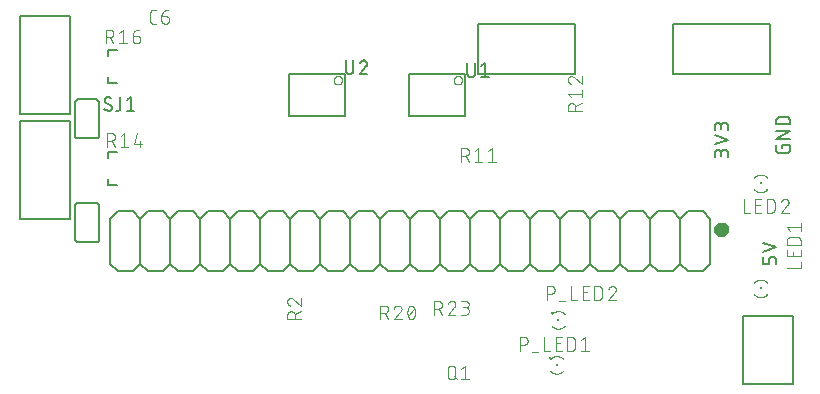
<source format=gbr>
G04 EAGLE Gerber RS-274X export*
G75*
%MOMM*%
%FSLAX34Y34*%
%LPD*%
%INSilkscreen Top*%
%IPPOS*%
%AMOC8*
5,1,8,0,0,1.08239X$1,22.5*%
G01*
%ADD10C,0.812800*%
%ADD11C,0.101600*%
%ADD12C,0.127000*%
%ADD13R,0.200000X0.200000*%
%ADD14R,0.150000X0.250000*%
%ADD15C,0.152400*%
%ADD16C,0.050800*%


D10*
X607600Y139700D02*
X607602Y139789D01*
X607608Y139878D01*
X607618Y139967D01*
X607632Y140055D01*
X607649Y140142D01*
X607671Y140228D01*
X607697Y140314D01*
X607726Y140398D01*
X607759Y140481D01*
X607795Y140562D01*
X607836Y140642D01*
X607879Y140719D01*
X607926Y140795D01*
X607977Y140868D01*
X608030Y140939D01*
X608087Y141008D01*
X608147Y141074D01*
X608210Y141138D01*
X608275Y141198D01*
X608343Y141256D01*
X608414Y141310D01*
X608487Y141361D01*
X608562Y141409D01*
X608639Y141454D01*
X608718Y141495D01*
X608799Y141532D01*
X608881Y141566D01*
X608965Y141597D01*
X609050Y141623D01*
X609136Y141646D01*
X609223Y141664D01*
X609311Y141679D01*
X609400Y141690D01*
X609489Y141697D01*
X609578Y141700D01*
X609667Y141699D01*
X609756Y141694D01*
X609844Y141685D01*
X609933Y141672D01*
X610020Y141655D01*
X610107Y141635D01*
X610193Y141610D01*
X610277Y141582D01*
X610360Y141550D01*
X610442Y141514D01*
X610522Y141475D01*
X610600Y141432D01*
X610676Y141386D01*
X610750Y141336D01*
X610822Y141283D01*
X610891Y141227D01*
X610958Y141168D01*
X611022Y141106D01*
X611083Y141042D01*
X611142Y140974D01*
X611197Y140904D01*
X611249Y140832D01*
X611298Y140757D01*
X611343Y140681D01*
X611385Y140602D01*
X611423Y140522D01*
X611458Y140440D01*
X611489Y140356D01*
X611517Y140271D01*
X611540Y140185D01*
X611560Y140098D01*
X611576Y140011D01*
X611588Y139922D01*
X611596Y139834D01*
X611600Y139745D01*
X611600Y139655D01*
X611596Y139566D01*
X611588Y139478D01*
X611576Y139389D01*
X611560Y139302D01*
X611540Y139215D01*
X611517Y139129D01*
X611489Y139044D01*
X611458Y138960D01*
X611423Y138878D01*
X611385Y138798D01*
X611343Y138719D01*
X611298Y138643D01*
X611249Y138568D01*
X611197Y138496D01*
X611142Y138426D01*
X611083Y138358D01*
X611022Y138294D01*
X610958Y138232D01*
X610891Y138173D01*
X610822Y138117D01*
X610750Y138064D01*
X610676Y138014D01*
X610600Y137968D01*
X610522Y137925D01*
X610442Y137886D01*
X610360Y137850D01*
X610277Y137818D01*
X610193Y137790D01*
X610107Y137765D01*
X610020Y137745D01*
X609933Y137728D01*
X609844Y137715D01*
X609756Y137706D01*
X609667Y137701D01*
X609578Y137700D01*
X609489Y137703D01*
X609400Y137710D01*
X609311Y137721D01*
X609223Y137736D01*
X609136Y137754D01*
X609050Y137777D01*
X608965Y137803D01*
X608881Y137834D01*
X608799Y137868D01*
X608718Y137905D01*
X608639Y137946D01*
X608562Y137991D01*
X608487Y138039D01*
X608414Y138090D01*
X608343Y138144D01*
X608275Y138202D01*
X608210Y138262D01*
X608147Y138326D01*
X608087Y138392D01*
X608030Y138461D01*
X607977Y138532D01*
X607926Y138605D01*
X607879Y138681D01*
X607836Y138758D01*
X607795Y138838D01*
X607759Y138919D01*
X607726Y139002D01*
X607697Y139086D01*
X607671Y139172D01*
X607649Y139258D01*
X607632Y139345D01*
X607618Y139433D01*
X607608Y139522D01*
X607602Y139611D01*
X607600Y139700D01*
D11*
X130876Y314198D02*
X128279Y314198D01*
X128180Y314200D01*
X128080Y314206D01*
X127981Y314215D01*
X127883Y314228D01*
X127785Y314245D01*
X127687Y314266D01*
X127591Y314291D01*
X127496Y314319D01*
X127402Y314351D01*
X127309Y314386D01*
X127217Y314425D01*
X127127Y314468D01*
X127039Y314513D01*
X126952Y314563D01*
X126868Y314615D01*
X126785Y314671D01*
X126705Y314729D01*
X126627Y314791D01*
X126552Y314856D01*
X126479Y314924D01*
X126409Y314994D01*
X126341Y315067D01*
X126276Y315142D01*
X126214Y315220D01*
X126156Y315300D01*
X126100Y315383D01*
X126048Y315467D01*
X125998Y315554D01*
X125953Y315642D01*
X125910Y315732D01*
X125871Y315824D01*
X125836Y315917D01*
X125804Y316011D01*
X125776Y316106D01*
X125751Y316202D01*
X125730Y316300D01*
X125713Y316398D01*
X125700Y316496D01*
X125691Y316595D01*
X125685Y316695D01*
X125683Y316794D01*
X125683Y323286D01*
X125685Y323385D01*
X125691Y323485D01*
X125700Y323584D01*
X125713Y323682D01*
X125730Y323780D01*
X125751Y323878D01*
X125776Y323974D01*
X125804Y324069D01*
X125836Y324163D01*
X125871Y324256D01*
X125910Y324348D01*
X125953Y324438D01*
X125998Y324526D01*
X126048Y324613D01*
X126100Y324697D01*
X126156Y324780D01*
X126214Y324860D01*
X126276Y324938D01*
X126341Y325013D01*
X126409Y325086D01*
X126479Y325156D01*
X126552Y325224D01*
X126627Y325289D01*
X126705Y325351D01*
X126785Y325409D01*
X126868Y325465D01*
X126952Y325517D01*
X127039Y325567D01*
X127127Y325612D01*
X127217Y325655D01*
X127309Y325694D01*
X127401Y325729D01*
X127496Y325761D01*
X127591Y325789D01*
X127687Y325814D01*
X127785Y325835D01*
X127883Y325852D01*
X127981Y325865D01*
X128080Y325874D01*
X128180Y325880D01*
X128279Y325882D01*
X130876Y325882D01*
X135241Y320689D02*
X139136Y320689D01*
X139235Y320687D01*
X139335Y320681D01*
X139434Y320672D01*
X139532Y320659D01*
X139630Y320642D01*
X139728Y320621D01*
X139824Y320596D01*
X139919Y320568D01*
X140013Y320536D01*
X140106Y320501D01*
X140198Y320462D01*
X140288Y320419D01*
X140376Y320374D01*
X140463Y320324D01*
X140547Y320272D01*
X140630Y320216D01*
X140710Y320158D01*
X140788Y320096D01*
X140863Y320031D01*
X140936Y319963D01*
X141006Y319893D01*
X141074Y319820D01*
X141139Y319745D01*
X141201Y319667D01*
X141259Y319587D01*
X141315Y319504D01*
X141367Y319420D01*
X141417Y319333D01*
X141462Y319245D01*
X141505Y319155D01*
X141544Y319063D01*
X141579Y318970D01*
X141611Y318876D01*
X141639Y318781D01*
X141664Y318685D01*
X141685Y318587D01*
X141702Y318489D01*
X141715Y318391D01*
X141724Y318292D01*
X141730Y318192D01*
X141732Y318093D01*
X141732Y317444D01*
X141730Y317331D01*
X141724Y317218D01*
X141714Y317105D01*
X141700Y316992D01*
X141683Y316880D01*
X141661Y316769D01*
X141636Y316659D01*
X141606Y316549D01*
X141573Y316441D01*
X141536Y316334D01*
X141496Y316228D01*
X141451Y316124D01*
X141403Y316021D01*
X141352Y315920D01*
X141297Y315821D01*
X141239Y315724D01*
X141177Y315629D01*
X141112Y315536D01*
X141044Y315446D01*
X140973Y315358D01*
X140898Y315272D01*
X140821Y315189D01*
X140741Y315109D01*
X140658Y315032D01*
X140572Y314957D01*
X140484Y314886D01*
X140394Y314818D01*
X140301Y314753D01*
X140206Y314691D01*
X140109Y314633D01*
X140010Y314578D01*
X139909Y314527D01*
X139806Y314479D01*
X139702Y314434D01*
X139596Y314394D01*
X139489Y314357D01*
X139381Y314324D01*
X139271Y314294D01*
X139161Y314269D01*
X139050Y314247D01*
X138938Y314230D01*
X138825Y314216D01*
X138712Y314206D01*
X138599Y314200D01*
X138486Y314198D01*
X138373Y314200D01*
X138260Y314206D01*
X138147Y314216D01*
X138034Y314230D01*
X137922Y314247D01*
X137811Y314269D01*
X137701Y314294D01*
X137591Y314324D01*
X137483Y314357D01*
X137376Y314394D01*
X137270Y314434D01*
X137166Y314479D01*
X137063Y314527D01*
X136962Y314578D01*
X136863Y314633D01*
X136766Y314691D01*
X136671Y314753D01*
X136578Y314818D01*
X136488Y314886D01*
X136400Y314957D01*
X136314Y315032D01*
X136231Y315109D01*
X136151Y315189D01*
X136074Y315272D01*
X135999Y315358D01*
X135928Y315446D01*
X135860Y315536D01*
X135795Y315629D01*
X135733Y315724D01*
X135675Y315821D01*
X135620Y315920D01*
X135569Y316021D01*
X135521Y316124D01*
X135476Y316228D01*
X135436Y316334D01*
X135399Y316441D01*
X135366Y316549D01*
X135336Y316659D01*
X135311Y316769D01*
X135289Y316880D01*
X135272Y316992D01*
X135258Y317105D01*
X135248Y317218D01*
X135242Y317331D01*
X135240Y317444D01*
X135241Y317444D02*
X135241Y320689D01*
X135243Y320832D01*
X135249Y320975D01*
X135259Y321118D01*
X135273Y321260D01*
X135290Y321402D01*
X135312Y321544D01*
X135337Y321685D01*
X135367Y321825D01*
X135400Y321964D01*
X135437Y322102D01*
X135478Y322239D01*
X135522Y322375D01*
X135571Y322510D01*
X135623Y322643D01*
X135678Y322775D01*
X135738Y322905D01*
X135801Y323034D01*
X135867Y323161D01*
X135937Y323285D01*
X136010Y323408D01*
X136087Y323529D01*
X136167Y323648D01*
X136250Y323764D01*
X136336Y323879D01*
X136425Y323990D01*
X136518Y324100D01*
X136613Y324206D01*
X136712Y324310D01*
X136813Y324411D01*
X136917Y324510D01*
X137023Y324605D01*
X137133Y324698D01*
X137244Y324787D01*
X137359Y324873D01*
X137475Y324956D01*
X137594Y325036D01*
X137715Y325113D01*
X137837Y325186D01*
X137962Y325256D01*
X138089Y325322D01*
X138218Y325385D01*
X138348Y325445D01*
X138480Y325500D01*
X138613Y325552D01*
X138748Y325601D01*
X138884Y325645D01*
X139021Y325686D01*
X139159Y325723D01*
X139298Y325756D01*
X139438Y325786D01*
X139579Y325811D01*
X139721Y325833D01*
X139863Y325850D01*
X140005Y325864D01*
X140148Y325874D01*
X140291Y325880D01*
X140434Y325882D01*
D12*
X485750Y314400D02*
X485750Y271900D01*
X485750Y314400D02*
X403250Y314400D01*
X403250Y271900D01*
X485750Y271900D01*
X650850Y271900D02*
X650850Y314400D01*
X568350Y314400D01*
X568350Y271900D01*
X650850Y271900D01*
X670000Y9350D02*
X627500Y9350D01*
X670000Y9350D02*
X670000Y66850D01*
X627500Y66850D01*
X627500Y9350D01*
D11*
X475400Y30400D02*
X475276Y30533D01*
X475148Y30663D01*
X475018Y30790D01*
X474884Y30914D01*
X474748Y31035D01*
X474608Y31152D01*
X474466Y31265D01*
X474321Y31375D01*
X474173Y31482D01*
X474023Y31585D01*
X473870Y31684D01*
X473715Y31779D01*
X473558Y31871D01*
X473398Y31958D01*
X473236Y32042D01*
X473073Y32122D01*
X472907Y32198D01*
X472740Y32269D01*
X472570Y32337D01*
X472400Y32400D01*
X472228Y32459D01*
X472054Y32514D01*
X471879Y32565D01*
X471703Y32611D01*
X471526Y32653D01*
X471348Y32691D01*
X471168Y32724D01*
X470989Y32753D01*
X470808Y32777D01*
X470627Y32797D01*
X470446Y32813D01*
X470264Y32824D01*
X470082Y32831D01*
X469900Y32833D01*
X469718Y32831D01*
X469536Y32824D01*
X469354Y32813D01*
X469173Y32797D01*
X468992Y32777D01*
X468811Y32753D01*
X468632Y32724D01*
X468452Y32691D01*
X468274Y32653D01*
X468097Y32611D01*
X467921Y32565D01*
X467746Y32514D01*
X467572Y32459D01*
X467400Y32400D01*
X467230Y32337D01*
X467060Y32269D01*
X466893Y32198D01*
X466727Y32122D01*
X466564Y32042D01*
X466402Y31958D01*
X466242Y31871D01*
X466085Y31779D01*
X465930Y31684D01*
X465777Y31585D01*
X465627Y31482D01*
X465479Y31375D01*
X465334Y31265D01*
X465192Y31152D01*
X465052Y31035D01*
X464916Y30914D01*
X464782Y30790D01*
X464652Y30663D01*
X464524Y30533D01*
X464400Y30400D01*
X464400Y20400D02*
X464524Y20267D01*
X464652Y20137D01*
X464782Y20010D01*
X464916Y19886D01*
X465052Y19765D01*
X465192Y19648D01*
X465334Y19535D01*
X465479Y19425D01*
X465627Y19318D01*
X465777Y19215D01*
X465930Y19116D01*
X466085Y19021D01*
X466242Y18929D01*
X466402Y18842D01*
X466564Y18758D01*
X466727Y18678D01*
X466893Y18602D01*
X467060Y18531D01*
X467230Y18463D01*
X467400Y18400D01*
X467572Y18341D01*
X467746Y18286D01*
X467921Y18235D01*
X468097Y18189D01*
X468274Y18147D01*
X468452Y18109D01*
X468632Y18076D01*
X468811Y18047D01*
X468992Y18023D01*
X469173Y18003D01*
X469354Y17987D01*
X469536Y17976D01*
X469718Y17969D01*
X469900Y17967D01*
X470082Y17969D01*
X470264Y17976D01*
X470446Y17987D01*
X470627Y18003D01*
X470808Y18023D01*
X470989Y18047D01*
X471168Y18076D01*
X471348Y18109D01*
X471526Y18147D01*
X471703Y18189D01*
X471879Y18235D01*
X472054Y18286D01*
X472228Y18341D01*
X472400Y18400D01*
X472570Y18463D01*
X472740Y18531D01*
X472907Y18602D01*
X473073Y18678D01*
X473236Y18758D01*
X473398Y18842D01*
X473558Y18929D01*
X473715Y19021D01*
X473870Y19116D01*
X474023Y19215D01*
X474173Y19318D01*
X474321Y19425D01*
X474466Y19535D01*
X474608Y19648D01*
X474748Y19765D01*
X474884Y19886D01*
X475018Y20010D01*
X475148Y20137D01*
X475276Y20267D01*
X475400Y20400D01*
D13*
X469900Y25400D03*
D14*
X464650Y31150D03*
D11*
X438813Y37338D02*
X438813Y49022D01*
X442059Y49022D01*
X442172Y49020D01*
X442285Y49014D01*
X442398Y49004D01*
X442511Y48990D01*
X442623Y48973D01*
X442734Y48951D01*
X442844Y48926D01*
X442954Y48896D01*
X443062Y48863D01*
X443169Y48826D01*
X443275Y48786D01*
X443379Y48741D01*
X443482Y48693D01*
X443583Y48642D01*
X443682Y48587D01*
X443779Y48529D01*
X443874Y48467D01*
X443967Y48402D01*
X444057Y48334D01*
X444145Y48263D01*
X444231Y48188D01*
X444314Y48111D01*
X444394Y48031D01*
X444471Y47948D01*
X444546Y47862D01*
X444617Y47774D01*
X444685Y47684D01*
X444750Y47591D01*
X444812Y47496D01*
X444870Y47399D01*
X444925Y47300D01*
X444976Y47199D01*
X445024Y47096D01*
X445069Y46992D01*
X445109Y46886D01*
X445146Y46779D01*
X445179Y46671D01*
X445209Y46561D01*
X445234Y46451D01*
X445256Y46340D01*
X445273Y46228D01*
X445287Y46115D01*
X445297Y46002D01*
X445303Y45889D01*
X445305Y45776D01*
X445303Y45663D01*
X445297Y45550D01*
X445287Y45437D01*
X445273Y45324D01*
X445256Y45212D01*
X445234Y45101D01*
X445209Y44991D01*
X445179Y44881D01*
X445146Y44773D01*
X445109Y44666D01*
X445069Y44560D01*
X445024Y44456D01*
X444976Y44353D01*
X444925Y44252D01*
X444870Y44153D01*
X444812Y44056D01*
X444750Y43961D01*
X444685Y43868D01*
X444617Y43778D01*
X444546Y43690D01*
X444471Y43604D01*
X444394Y43521D01*
X444314Y43441D01*
X444231Y43364D01*
X444145Y43289D01*
X444057Y43218D01*
X443967Y43150D01*
X443874Y43085D01*
X443779Y43023D01*
X443682Y42965D01*
X443583Y42910D01*
X443482Y42859D01*
X443379Y42811D01*
X443275Y42766D01*
X443169Y42726D01*
X443062Y42689D01*
X442954Y42656D01*
X442844Y42626D01*
X442734Y42601D01*
X442623Y42579D01*
X442511Y42562D01*
X442398Y42548D01*
X442285Y42538D01*
X442172Y42532D01*
X442059Y42530D01*
X442059Y42531D02*
X438813Y42531D01*
X449199Y36040D02*
X454392Y36040D01*
X459241Y37338D02*
X459241Y49022D01*
X459241Y37338D02*
X464433Y37338D01*
X469147Y37338D02*
X474339Y37338D01*
X469147Y37338D02*
X469147Y49022D01*
X474339Y49022D01*
X473041Y43829D02*
X469147Y43829D01*
X479030Y49022D02*
X479030Y37338D01*
X479030Y49022D02*
X482275Y49022D01*
X482388Y49020D01*
X482501Y49014D01*
X482614Y49004D01*
X482727Y48990D01*
X482839Y48973D01*
X482950Y48951D01*
X483060Y48926D01*
X483170Y48896D01*
X483278Y48863D01*
X483385Y48826D01*
X483491Y48786D01*
X483595Y48741D01*
X483698Y48693D01*
X483799Y48642D01*
X483898Y48587D01*
X483995Y48529D01*
X484090Y48467D01*
X484183Y48402D01*
X484273Y48334D01*
X484361Y48263D01*
X484447Y48188D01*
X484530Y48111D01*
X484610Y48031D01*
X484687Y47948D01*
X484762Y47862D01*
X484833Y47774D01*
X484901Y47684D01*
X484966Y47591D01*
X485028Y47496D01*
X485086Y47399D01*
X485141Y47300D01*
X485192Y47199D01*
X485240Y47096D01*
X485285Y46992D01*
X485325Y46886D01*
X485362Y46779D01*
X485395Y46671D01*
X485425Y46561D01*
X485450Y46451D01*
X485472Y46340D01*
X485489Y46228D01*
X485503Y46115D01*
X485513Y46002D01*
X485519Y45889D01*
X485521Y45776D01*
X485521Y40584D01*
X485522Y40584D02*
X485520Y40471D01*
X485514Y40358D01*
X485504Y40245D01*
X485490Y40132D01*
X485473Y40020D01*
X485451Y39909D01*
X485426Y39799D01*
X485396Y39689D01*
X485363Y39581D01*
X485326Y39474D01*
X485286Y39368D01*
X485241Y39264D01*
X485193Y39161D01*
X485142Y39060D01*
X485087Y38961D01*
X485029Y38864D01*
X484967Y38769D01*
X484902Y38676D01*
X484834Y38586D01*
X484763Y38498D01*
X484688Y38412D01*
X484611Y38329D01*
X484531Y38249D01*
X484448Y38172D01*
X484362Y38097D01*
X484274Y38026D01*
X484184Y37958D01*
X484091Y37893D01*
X483996Y37831D01*
X483899Y37773D01*
X483800Y37718D01*
X483699Y37667D01*
X483596Y37619D01*
X483492Y37574D01*
X483386Y37534D01*
X483279Y37497D01*
X483171Y37464D01*
X483061Y37434D01*
X482951Y37409D01*
X482840Y37387D01*
X482728Y37370D01*
X482615Y37356D01*
X482502Y37346D01*
X482389Y37340D01*
X482276Y37338D01*
X482275Y37338D02*
X479030Y37338D01*
X490841Y46426D02*
X494086Y49022D01*
X494086Y37338D01*
X490841Y37338D02*
X497332Y37338D01*
X476670Y68500D02*
X476546Y68633D01*
X476418Y68763D01*
X476288Y68890D01*
X476154Y69014D01*
X476018Y69135D01*
X475878Y69252D01*
X475736Y69365D01*
X475591Y69475D01*
X475443Y69582D01*
X475293Y69685D01*
X475140Y69784D01*
X474985Y69879D01*
X474828Y69971D01*
X474668Y70058D01*
X474506Y70142D01*
X474343Y70222D01*
X474177Y70298D01*
X474010Y70369D01*
X473840Y70437D01*
X473670Y70500D01*
X473498Y70559D01*
X473324Y70614D01*
X473149Y70665D01*
X472973Y70711D01*
X472796Y70753D01*
X472618Y70791D01*
X472438Y70824D01*
X472259Y70853D01*
X472078Y70877D01*
X471897Y70897D01*
X471716Y70913D01*
X471534Y70924D01*
X471352Y70931D01*
X471170Y70933D01*
X470988Y70931D01*
X470806Y70924D01*
X470624Y70913D01*
X470443Y70897D01*
X470262Y70877D01*
X470081Y70853D01*
X469902Y70824D01*
X469722Y70791D01*
X469544Y70753D01*
X469367Y70711D01*
X469191Y70665D01*
X469016Y70614D01*
X468842Y70559D01*
X468670Y70500D01*
X468500Y70437D01*
X468330Y70369D01*
X468163Y70298D01*
X467997Y70222D01*
X467834Y70142D01*
X467672Y70058D01*
X467512Y69971D01*
X467355Y69879D01*
X467200Y69784D01*
X467047Y69685D01*
X466897Y69582D01*
X466749Y69475D01*
X466604Y69365D01*
X466462Y69252D01*
X466322Y69135D01*
X466186Y69014D01*
X466052Y68890D01*
X465922Y68763D01*
X465794Y68633D01*
X465670Y68500D01*
X465670Y58500D02*
X465794Y58367D01*
X465922Y58237D01*
X466052Y58110D01*
X466186Y57986D01*
X466322Y57865D01*
X466462Y57748D01*
X466604Y57635D01*
X466749Y57525D01*
X466897Y57418D01*
X467047Y57315D01*
X467200Y57216D01*
X467355Y57121D01*
X467512Y57029D01*
X467672Y56942D01*
X467834Y56858D01*
X467997Y56778D01*
X468163Y56702D01*
X468330Y56631D01*
X468500Y56563D01*
X468670Y56500D01*
X468842Y56441D01*
X469016Y56386D01*
X469191Y56335D01*
X469367Y56289D01*
X469544Y56247D01*
X469722Y56209D01*
X469902Y56176D01*
X470081Y56147D01*
X470262Y56123D01*
X470443Y56103D01*
X470624Y56087D01*
X470806Y56076D01*
X470988Y56069D01*
X471170Y56067D01*
X471352Y56069D01*
X471534Y56076D01*
X471716Y56087D01*
X471897Y56103D01*
X472078Y56123D01*
X472259Y56147D01*
X472438Y56176D01*
X472618Y56209D01*
X472796Y56247D01*
X472973Y56289D01*
X473149Y56335D01*
X473324Y56386D01*
X473498Y56441D01*
X473670Y56500D01*
X473840Y56563D01*
X474010Y56631D01*
X474177Y56702D01*
X474343Y56778D01*
X474506Y56858D01*
X474668Y56942D01*
X474828Y57029D01*
X474985Y57121D01*
X475140Y57216D01*
X475293Y57315D01*
X475443Y57418D01*
X475591Y57525D01*
X475736Y57635D01*
X475878Y57748D01*
X476018Y57865D01*
X476154Y57986D01*
X476288Y58110D01*
X476418Y58237D01*
X476546Y58367D01*
X476670Y58500D01*
D13*
X471170Y63500D03*
D14*
X465920Y69250D03*
D11*
X461673Y80518D02*
X461673Y92202D01*
X464919Y92202D01*
X465032Y92200D01*
X465145Y92194D01*
X465258Y92184D01*
X465371Y92170D01*
X465483Y92153D01*
X465594Y92131D01*
X465704Y92106D01*
X465814Y92076D01*
X465922Y92043D01*
X466029Y92006D01*
X466135Y91966D01*
X466239Y91921D01*
X466342Y91873D01*
X466443Y91822D01*
X466542Y91767D01*
X466639Y91709D01*
X466734Y91647D01*
X466827Y91582D01*
X466917Y91514D01*
X467005Y91443D01*
X467091Y91368D01*
X467174Y91291D01*
X467254Y91211D01*
X467331Y91128D01*
X467406Y91042D01*
X467477Y90954D01*
X467545Y90864D01*
X467610Y90771D01*
X467672Y90676D01*
X467730Y90579D01*
X467785Y90480D01*
X467836Y90379D01*
X467884Y90276D01*
X467929Y90172D01*
X467969Y90066D01*
X468006Y89959D01*
X468039Y89851D01*
X468069Y89741D01*
X468094Y89631D01*
X468116Y89520D01*
X468133Y89408D01*
X468147Y89295D01*
X468157Y89182D01*
X468163Y89069D01*
X468165Y88956D01*
X468163Y88843D01*
X468157Y88730D01*
X468147Y88617D01*
X468133Y88504D01*
X468116Y88392D01*
X468094Y88281D01*
X468069Y88171D01*
X468039Y88061D01*
X468006Y87953D01*
X467969Y87846D01*
X467929Y87740D01*
X467884Y87636D01*
X467836Y87533D01*
X467785Y87432D01*
X467730Y87333D01*
X467672Y87236D01*
X467610Y87141D01*
X467545Y87048D01*
X467477Y86958D01*
X467406Y86870D01*
X467331Y86784D01*
X467254Y86701D01*
X467174Y86621D01*
X467091Y86544D01*
X467005Y86469D01*
X466917Y86398D01*
X466827Y86330D01*
X466734Y86265D01*
X466639Y86203D01*
X466542Y86145D01*
X466443Y86090D01*
X466342Y86039D01*
X466239Y85991D01*
X466135Y85946D01*
X466029Y85906D01*
X465922Y85869D01*
X465814Y85836D01*
X465704Y85806D01*
X465594Y85781D01*
X465483Y85759D01*
X465371Y85742D01*
X465258Y85728D01*
X465145Y85718D01*
X465032Y85712D01*
X464919Y85710D01*
X464919Y85711D02*
X461673Y85711D01*
X472059Y79220D02*
X477252Y79220D01*
X482101Y80518D02*
X482101Y92202D01*
X482101Y80518D02*
X487293Y80518D01*
X492007Y80518D02*
X497199Y80518D01*
X492007Y80518D02*
X492007Y92202D01*
X497199Y92202D01*
X495901Y87009D02*
X492007Y87009D01*
X501890Y92202D02*
X501890Y80518D01*
X501890Y92202D02*
X505135Y92202D01*
X505248Y92200D01*
X505361Y92194D01*
X505474Y92184D01*
X505587Y92170D01*
X505699Y92153D01*
X505810Y92131D01*
X505920Y92106D01*
X506030Y92076D01*
X506138Y92043D01*
X506245Y92006D01*
X506351Y91966D01*
X506455Y91921D01*
X506558Y91873D01*
X506659Y91822D01*
X506758Y91767D01*
X506855Y91709D01*
X506950Y91647D01*
X507043Y91582D01*
X507133Y91514D01*
X507221Y91443D01*
X507307Y91368D01*
X507390Y91291D01*
X507470Y91211D01*
X507547Y91128D01*
X507622Y91042D01*
X507693Y90954D01*
X507761Y90864D01*
X507826Y90771D01*
X507888Y90676D01*
X507946Y90579D01*
X508001Y90480D01*
X508052Y90379D01*
X508100Y90276D01*
X508145Y90172D01*
X508185Y90066D01*
X508222Y89959D01*
X508255Y89851D01*
X508285Y89741D01*
X508310Y89631D01*
X508332Y89520D01*
X508349Y89408D01*
X508363Y89295D01*
X508373Y89182D01*
X508379Y89069D01*
X508381Y88956D01*
X508381Y83764D01*
X508382Y83764D02*
X508380Y83651D01*
X508374Y83538D01*
X508364Y83425D01*
X508350Y83312D01*
X508333Y83200D01*
X508311Y83089D01*
X508286Y82979D01*
X508256Y82869D01*
X508223Y82761D01*
X508186Y82654D01*
X508146Y82548D01*
X508101Y82444D01*
X508053Y82341D01*
X508002Y82240D01*
X507947Y82141D01*
X507889Y82044D01*
X507827Y81949D01*
X507762Y81856D01*
X507694Y81766D01*
X507623Y81678D01*
X507548Y81592D01*
X507471Y81509D01*
X507391Y81429D01*
X507308Y81352D01*
X507222Y81277D01*
X507134Y81206D01*
X507044Y81138D01*
X506951Y81073D01*
X506856Y81011D01*
X506759Y80953D01*
X506660Y80898D01*
X506559Y80847D01*
X506456Y80799D01*
X506352Y80754D01*
X506246Y80714D01*
X506139Y80677D01*
X506031Y80644D01*
X505921Y80614D01*
X505811Y80589D01*
X505700Y80567D01*
X505588Y80550D01*
X505475Y80536D01*
X505362Y80526D01*
X505249Y80520D01*
X505136Y80518D01*
X505135Y80518D02*
X501890Y80518D01*
X517271Y92202D02*
X517378Y92200D01*
X517484Y92194D01*
X517590Y92184D01*
X517696Y92171D01*
X517802Y92153D01*
X517906Y92132D01*
X518010Y92107D01*
X518113Y92078D01*
X518214Y92046D01*
X518314Y92009D01*
X518413Y91969D01*
X518511Y91926D01*
X518607Y91879D01*
X518701Y91828D01*
X518793Y91774D01*
X518883Y91717D01*
X518971Y91657D01*
X519056Y91593D01*
X519139Y91526D01*
X519220Y91456D01*
X519298Y91384D01*
X519374Y91308D01*
X519446Y91230D01*
X519516Y91149D01*
X519583Y91066D01*
X519647Y90981D01*
X519707Y90893D01*
X519764Y90803D01*
X519818Y90711D01*
X519869Y90617D01*
X519916Y90521D01*
X519959Y90423D01*
X519999Y90324D01*
X520036Y90224D01*
X520068Y90123D01*
X520097Y90020D01*
X520122Y89916D01*
X520143Y89812D01*
X520161Y89706D01*
X520174Y89600D01*
X520184Y89494D01*
X520190Y89388D01*
X520192Y89281D01*
X517271Y92202D02*
X517150Y92200D01*
X517029Y92194D01*
X516909Y92184D01*
X516788Y92171D01*
X516669Y92153D01*
X516549Y92132D01*
X516431Y92107D01*
X516314Y92078D01*
X516197Y92045D01*
X516082Y92009D01*
X515968Y91968D01*
X515855Y91925D01*
X515743Y91877D01*
X515634Y91826D01*
X515526Y91771D01*
X515419Y91713D01*
X515315Y91652D01*
X515213Y91587D01*
X515113Y91519D01*
X515015Y91448D01*
X514919Y91374D01*
X514826Y91297D01*
X514736Y91216D01*
X514648Y91133D01*
X514563Y91047D01*
X514480Y90958D01*
X514401Y90867D01*
X514324Y90773D01*
X514251Y90677D01*
X514181Y90579D01*
X514114Y90478D01*
X514050Y90375D01*
X513990Y90270D01*
X513933Y90163D01*
X513879Y90055D01*
X513829Y89945D01*
X513783Y89833D01*
X513740Y89720D01*
X513701Y89605D01*
X519219Y87009D02*
X519298Y87086D01*
X519374Y87167D01*
X519447Y87250D01*
X519517Y87335D01*
X519584Y87423D01*
X519648Y87513D01*
X519708Y87605D01*
X519765Y87700D01*
X519819Y87796D01*
X519870Y87894D01*
X519917Y87994D01*
X519961Y88096D01*
X520001Y88199D01*
X520037Y88303D01*
X520069Y88409D01*
X520098Y88515D01*
X520123Y88623D01*
X520145Y88731D01*
X520162Y88841D01*
X520176Y88950D01*
X520185Y89060D01*
X520191Y89171D01*
X520193Y89281D01*
X519218Y87009D02*
X513701Y80518D01*
X520192Y80518D01*
D15*
X593650Y155400D02*
X600000Y149050D01*
X593650Y155400D02*
X580950Y155400D01*
X574600Y149050D01*
X568250Y155400D01*
X555550Y155400D01*
X549200Y149050D01*
X542850Y155400D01*
X530150Y155400D01*
X523800Y149050D01*
X517450Y155400D01*
X504750Y155400D01*
X498400Y149050D01*
X492050Y155400D01*
X479350Y155400D01*
X473000Y149050D01*
X466650Y155400D01*
X453950Y155400D01*
X447600Y149050D01*
X600000Y149050D02*
X600000Y110950D01*
X593650Y104600D01*
X580950Y104600D01*
X574600Y110950D01*
X568250Y104600D01*
X555550Y104600D01*
X549200Y110950D01*
X542850Y104600D01*
X530150Y104600D01*
X523800Y110950D01*
X517450Y104600D01*
X504750Y104600D01*
X498400Y110950D01*
X492050Y104600D01*
X479350Y104600D01*
X473000Y110950D01*
X466650Y104600D01*
X453950Y104600D01*
X447600Y110950D01*
X441250Y104600D01*
X428550Y104600D01*
X422200Y110950D01*
X415850Y104600D01*
X403150Y104600D01*
X396800Y110950D01*
X390450Y104600D01*
X377750Y104600D01*
X371400Y110950D01*
X365050Y104600D01*
X352350Y104600D01*
X346000Y110950D01*
X339650Y104600D01*
X326950Y104600D01*
X320600Y110950D01*
X314250Y104600D01*
X301550Y104600D01*
X295200Y110950D01*
X288850Y104600D01*
X276150Y104600D01*
X269800Y110950D01*
X263450Y104600D01*
X250750Y104600D01*
X244400Y110950D01*
X238050Y104600D01*
X225350Y104600D01*
X219000Y110950D01*
X212650Y104600D01*
X199950Y104600D01*
X193600Y110950D01*
X187250Y104600D01*
X174550Y104600D01*
X168200Y110950D01*
X161850Y104600D01*
X149150Y104600D01*
X142800Y110950D01*
X136450Y104600D01*
X123750Y104600D01*
X117400Y110950D01*
X117400Y149050D02*
X123750Y155400D01*
X136450Y155400D01*
X142800Y149050D01*
X149150Y155400D01*
X161850Y155400D01*
X168200Y149050D01*
X174550Y155400D01*
X187250Y155400D01*
X193600Y149050D01*
X199950Y155400D01*
X212650Y155400D01*
X219000Y149050D01*
X225350Y155400D01*
X238050Y155400D01*
X244400Y149050D01*
X250750Y155400D01*
X263450Y155400D01*
X269800Y149050D01*
X276150Y155400D01*
X288850Y155400D01*
X295200Y149050D01*
X301550Y155400D01*
X314250Y155400D01*
X320600Y149050D01*
X326950Y155400D01*
X339650Y155400D01*
X346000Y149050D01*
X352350Y155400D01*
X365050Y155400D01*
X371400Y149050D01*
X377750Y155400D01*
X390450Y155400D01*
X396800Y149050D01*
X403150Y155400D01*
X415850Y155400D01*
X422200Y149050D01*
X428550Y155400D01*
X441250Y155400D01*
X447600Y149050D01*
X574600Y149050D02*
X574600Y110950D01*
X549200Y110950D02*
X549200Y149050D01*
X523800Y149050D02*
X523800Y110950D01*
X498400Y110950D02*
X498400Y149050D01*
X473000Y149050D02*
X473000Y110950D01*
X447600Y110950D02*
X447600Y149050D01*
X422200Y149050D02*
X422200Y110950D01*
X396800Y110950D02*
X396800Y149050D01*
X371400Y149050D02*
X371400Y110950D01*
X346000Y110950D02*
X346000Y149050D01*
X320600Y149050D02*
X320600Y110950D01*
X295200Y110950D02*
X295200Y149050D01*
X269800Y149050D02*
X269800Y110950D01*
X244400Y110950D02*
X244400Y149050D01*
X219000Y149050D02*
X219000Y110950D01*
X193600Y110950D02*
X193600Y149050D01*
X168200Y149050D02*
X168200Y110950D01*
X142800Y110950D02*
X142800Y149050D01*
X117400Y149050D02*
X117400Y110950D01*
X111050Y104600D01*
X98350Y104600D01*
X92000Y110950D01*
X92000Y149050D02*
X98350Y155400D01*
X111050Y155400D01*
X117400Y149050D01*
X92000Y149050D02*
X92000Y110950D01*
D11*
X637120Y85170D02*
X637244Y85037D01*
X637372Y84907D01*
X637502Y84780D01*
X637636Y84656D01*
X637772Y84535D01*
X637912Y84418D01*
X638054Y84305D01*
X638199Y84195D01*
X638347Y84088D01*
X638497Y83985D01*
X638650Y83886D01*
X638805Y83791D01*
X638962Y83699D01*
X639122Y83612D01*
X639284Y83528D01*
X639447Y83448D01*
X639613Y83372D01*
X639780Y83301D01*
X639950Y83233D01*
X640120Y83170D01*
X640292Y83111D01*
X640466Y83056D01*
X640641Y83005D01*
X640817Y82959D01*
X640994Y82917D01*
X641172Y82879D01*
X641352Y82846D01*
X641531Y82817D01*
X641712Y82793D01*
X641893Y82773D01*
X642074Y82757D01*
X642256Y82746D01*
X642438Y82739D01*
X642620Y82737D01*
X642802Y82739D01*
X642984Y82746D01*
X643166Y82757D01*
X643347Y82773D01*
X643528Y82793D01*
X643709Y82817D01*
X643888Y82846D01*
X644068Y82879D01*
X644246Y82917D01*
X644423Y82959D01*
X644599Y83005D01*
X644774Y83056D01*
X644948Y83111D01*
X645120Y83170D01*
X645290Y83233D01*
X645460Y83301D01*
X645627Y83372D01*
X645793Y83448D01*
X645956Y83528D01*
X646118Y83612D01*
X646278Y83699D01*
X646435Y83791D01*
X646590Y83886D01*
X646743Y83985D01*
X646893Y84088D01*
X647041Y84195D01*
X647186Y84305D01*
X647328Y84418D01*
X647468Y84535D01*
X647604Y84656D01*
X647738Y84780D01*
X647868Y84907D01*
X647996Y85037D01*
X648120Y85170D01*
X648120Y95170D02*
X647996Y95303D01*
X647868Y95433D01*
X647738Y95560D01*
X647604Y95684D01*
X647468Y95805D01*
X647328Y95922D01*
X647186Y96035D01*
X647041Y96145D01*
X646893Y96252D01*
X646743Y96355D01*
X646590Y96454D01*
X646435Y96549D01*
X646278Y96641D01*
X646118Y96728D01*
X645956Y96812D01*
X645793Y96892D01*
X645627Y96968D01*
X645460Y97039D01*
X645290Y97107D01*
X645120Y97170D01*
X644948Y97229D01*
X644774Y97284D01*
X644599Y97335D01*
X644423Y97381D01*
X644246Y97423D01*
X644068Y97461D01*
X643888Y97494D01*
X643709Y97523D01*
X643528Y97547D01*
X643347Y97567D01*
X643166Y97583D01*
X642984Y97594D01*
X642802Y97601D01*
X642620Y97603D01*
X642438Y97601D01*
X642256Y97594D01*
X642074Y97583D01*
X641893Y97567D01*
X641712Y97547D01*
X641531Y97523D01*
X641352Y97494D01*
X641172Y97461D01*
X640994Y97423D01*
X640817Y97381D01*
X640641Y97335D01*
X640466Y97284D01*
X640292Y97229D01*
X640120Y97170D01*
X639950Y97107D01*
X639780Y97039D01*
X639613Y96968D01*
X639447Y96892D01*
X639284Y96812D01*
X639122Y96728D01*
X638962Y96641D01*
X638805Y96549D01*
X638650Y96454D01*
X638497Y96355D01*
X638347Y96252D01*
X638199Y96145D01*
X638054Y96035D01*
X637912Y95922D01*
X637772Y95805D01*
X637636Y95684D01*
X637502Y95560D01*
X637372Y95433D01*
X637244Y95303D01*
X637120Y95170D01*
D13*
X642620Y90170D03*
D14*
X647870Y84420D03*
D11*
X664718Y107451D02*
X676402Y107451D01*
X676402Y112643D01*
X676402Y117357D02*
X676402Y122549D01*
X676402Y117357D02*
X664718Y117357D01*
X664718Y122549D01*
X669911Y121251D02*
X669911Y117357D01*
X664718Y127240D02*
X676402Y127240D01*
X664718Y127240D02*
X664718Y130485D01*
X664720Y130598D01*
X664726Y130711D01*
X664736Y130824D01*
X664750Y130937D01*
X664767Y131049D01*
X664789Y131160D01*
X664814Y131270D01*
X664844Y131380D01*
X664877Y131488D01*
X664914Y131595D01*
X664954Y131701D01*
X664999Y131805D01*
X665047Y131908D01*
X665098Y132009D01*
X665153Y132108D01*
X665211Y132205D01*
X665273Y132300D01*
X665338Y132393D01*
X665406Y132483D01*
X665477Y132571D01*
X665552Y132657D01*
X665629Y132740D01*
X665709Y132820D01*
X665792Y132897D01*
X665878Y132972D01*
X665966Y133043D01*
X666056Y133111D01*
X666149Y133176D01*
X666244Y133238D01*
X666341Y133296D01*
X666440Y133351D01*
X666541Y133402D01*
X666644Y133450D01*
X666748Y133495D01*
X666854Y133535D01*
X666961Y133572D01*
X667069Y133605D01*
X667179Y133635D01*
X667289Y133660D01*
X667400Y133682D01*
X667512Y133699D01*
X667625Y133713D01*
X667738Y133723D01*
X667851Y133729D01*
X667964Y133731D01*
X673156Y133731D01*
X673156Y133732D02*
X673269Y133730D01*
X673382Y133724D01*
X673495Y133714D01*
X673608Y133700D01*
X673720Y133683D01*
X673831Y133661D01*
X673941Y133636D01*
X674051Y133606D01*
X674159Y133573D01*
X674266Y133536D01*
X674372Y133496D01*
X674476Y133451D01*
X674579Y133403D01*
X674680Y133352D01*
X674779Y133297D01*
X674876Y133239D01*
X674971Y133177D01*
X675064Y133112D01*
X675154Y133044D01*
X675242Y132973D01*
X675328Y132898D01*
X675411Y132821D01*
X675491Y132741D01*
X675568Y132658D01*
X675643Y132572D01*
X675714Y132484D01*
X675782Y132394D01*
X675847Y132301D01*
X675909Y132206D01*
X675967Y132109D01*
X676022Y132010D01*
X676073Y131909D01*
X676121Y131806D01*
X676166Y131702D01*
X676206Y131596D01*
X676243Y131489D01*
X676276Y131381D01*
X676306Y131271D01*
X676331Y131161D01*
X676353Y131050D01*
X676370Y130938D01*
X676384Y130825D01*
X676394Y130712D01*
X676400Y130599D01*
X676402Y130486D01*
X676402Y130485D02*
X676402Y127240D01*
X667314Y139051D02*
X664718Y142296D01*
X676402Y142296D01*
X676402Y139051D02*
X676402Y145542D01*
X648120Y174070D02*
X647996Y173937D01*
X647868Y173807D01*
X647738Y173680D01*
X647604Y173556D01*
X647468Y173435D01*
X647328Y173318D01*
X647186Y173205D01*
X647041Y173095D01*
X646893Y172988D01*
X646743Y172885D01*
X646590Y172786D01*
X646435Y172691D01*
X646278Y172599D01*
X646118Y172512D01*
X645956Y172428D01*
X645793Y172348D01*
X645627Y172272D01*
X645460Y172201D01*
X645290Y172133D01*
X645120Y172070D01*
X644948Y172011D01*
X644774Y171956D01*
X644599Y171905D01*
X644423Y171859D01*
X644246Y171817D01*
X644068Y171779D01*
X643888Y171746D01*
X643709Y171717D01*
X643528Y171693D01*
X643347Y171673D01*
X643166Y171657D01*
X642984Y171646D01*
X642802Y171639D01*
X642620Y171637D01*
X642438Y171639D01*
X642256Y171646D01*
X642074Y171657D01*
X641893Y171673D01*
X641712Y171693D01*
X641531Y171717D01*
X641352Y171746D01*
X641172Y171779D01*
X640994Y171817D01*
X640817Y171859D01*
X640641Y171905D01*
X640466Y171956D01*
X640292Y172011D01*
X640120Y172070D01*
X639950Y172133D01*
X639780Y172201D01*
X639613Y172272D01*
X639447Y172348D01*
X639284Y172428D01*
X639122Y172512D01*
X638962Y172599D01*
X638805Y172691D01*
X638650Y172786D01*
X638497Y172885D01*
X638347Y172988D01*
X638199Y173095D01*
X638054Y173205D01*
X637912Y173318D01*
X637772Y173435D01*
X637636Y173556D01*
X637502Y173680D01*
X637372Y173807D01*
X637244Y173937D01*
X637120Y174070D01*
X637120Y184070D02*
X637244Y184203D01*
X637372Y184333D01*
X637502Y184460D01*
X637636Y184584D01*
X637772Y184705D01*
X637912Y184822D01*
X638054Y184935D01*
X638199Y185045D01*
X638347Y185152D01*
X638497Y185255D01*
X638650Y185354D01*
X638805Y185449D01*
X638962Y185541D01*
X639122Y185628D01*
X639284Y185712D01*
X639447Y185792D01*
X639613Y185868D01*
X639780Y185939D01*
X639950Y186007D01*
X640120Y186070D01*
X640292Y186129D01*
X640466Y186184D01*
X640641Y186235D01*
X640817Y186281D01*
X640994Y186323D01*
X641172Y186361D01*
X641352Y186394D01*
X641531Y186423D01*
X641712Y186447D01*
X641893Y186467D01*
X642074Y186483D01*
X642256Y186494D01*
X642438Y186501D01*
X642620Y186503D01*
X642802Y186501D01*
X642984Y186494D01*
X643166Y186483D01*
X643347Y186467D01*
X643528Y186447D01*
X643709Y186423D01*
X643888Y186394D01*
X644068Y186361D01*
X644246Y186323D01*
X644423Y186281D01*
X644599Y186235D01*
X644774Y186184D01*
X644948Y186129D01*
X645120Y186070D01*
X645290Y186007D01*
X645460Y185939D01*
X645627Y185868D01*
X645793Y185792D01*
X645956Y185712D01*
X646118Y185628D01*
X646278Y185541D01*
X646435Y185449D01*
X646590Y185354D01*
X646743Y185255D01*
X646893Y185152D01*
X647041Y185045D01*
X647186Y184935D01*
X647328Y184822D01*
X647468Y184705D01*
X647604Y184584D01*
X647738Y184460D01*
X647868Y184333D01*
X647996Y184203D01*
X648120Y184070D01*
D13*
X642620Y179070D03*
D14*
X647870Y173320D03*
D11*
X628151Y165862D02*
X628151Y154178D01*
X633343Y154178D01*
X638057Y154178D02*
X643249Y154178D01*
X638057Y154178D02*
X638057Y165862D01*
X643249Y165862D01*
X641951Y160669D02*
X638057Y160669D01*
X647940Y165862D02*
X647940Y154178D01*
X647940Y165862D02*
X651185Y165862D01*
X651298Y165860D01*
X651411Y165854D01*
X651524Y165844D01*
X651637Y165830D01*
X651749Y165813D01*
X651860Y165791D01*
X651970Y165766D01*
X652080Y165736D01*
X652188Y165703D01*
X652295Y165666D01*
X652401Y165626D01*
X652505Y165581D01*
X652608Y165533D01*
X652709Y165482D01*
X652808Y165427D01*
X652905Y165369D01*
X653000Y165307D01*
X653093Y165242D01*
X653183Y165174D01*
X653271Y165103D01*
X653357Y165028D01*
X653440Y164951D01*
X653520Y164871D01*
X653597Y164788D01*
X653672Y164702D01*
X653743Y164614D01*
X653811Y164524D01*
X653876Y164431D01*
X653938Y164336D01*
X653996Y164239D01*
X654051Y164140D01*
X654102Y164039D01*
X654150Y163936D01*
X654195Y163832D01*
X654235Y163726D01*
X654272Y163619D01*
X654305Y163511D01*
X654335Y163401D01*
X654360Y163291D01*
X654382Y163180D01*
X654399Y163068D01*
X654413Y162955D01*
X654423Y162842D01*
X654429Y162729D01*
X654431Y162616D01*
X654431Y157424D01*
X654432Y157424D02*
X654430Y157311D01*
X654424Y157198D01*
X654414Y157085D01*
X654400Y156972D01*
X654383Y156860D01*
X654361Y156749D01*
X654336Y156639D01*
X654306Y156529D01*
X654273Y156421D01*
X654236Y156314D01*
X654196Y156208D01*
X654151Y156104D01*
X654103Y156001D01*
X654052Y155900D01*
X653997Y155801D01*
X653939Y155704D01*
X653877Y155609D01*
X653812Y155516D01*
X653744Y155426D01*
X653673Y155338D01*
X653598Y155252D01*
X653521Y155169D01*
X653441Y155089D01*
X653358Y155012D01*
X653272Y154937D01*
X653184Y154866D01*
X653094Y154798D01*
X653001Y154733D01*
X652906Y154671D01*
X652809Y154613D01*
X652710Y154558D01*
X652609Y154507D01*
X652506Y154459D01*
X652402Y154414D01*
X652296Y154374D01*
X652189Y154337D01*
X652081Y154304D01*
X651971Y154274D01*
X651861Y154249D01*
X651750Y154227D01*
X651638Y154210D01*
X651525Y154196D01*
X651412Y154186D01*
X651299Y154180D01*
X651186Y154178D01*
X651185Y154178D02*
X647940Y154178D01*
X663321Y165862D02*
X663428Y165860D01*
X663534Y165854D01*
X663640Y165844D01*
X663746Y165831D01*
X663852Y165813D01*
X663956Y165792D01*
X664060Y165767D01*
X664163Y165738D01*
X664264Y165706D01*
X664364Y165669D01*
X664463Y165629D01*
X664561Y165586D01*
X664657Y165539D01*
X664751Y165488D01*
X664843Y165434D01*
X664933Y165377D01*
X665021Y165317D01*
X665106Y165253D01*
X665189Y165186D01*
X665270Y165116D01*
X665348Y165044D01*
X665424Y164968D01*
X665496Y164890D01*
X665566Y164809D01*
X665633Y164726D01*
X665697Y164641D01*
X665757Y164553D01*
X665814Y164463D01*
X665868Y164371D01*
X665919Y164277D01*
X665966Y164181D01*
X666009Y164083D01*
X666049Y163984D01*
X666086Y163884D01*
X666118Y163783D01*
X666147Y163680D01*
X666172Y163576D01*
X666193Y163472D01*
X666211Y163366D01*
X666224Y163260D01*
X666234Y163154D01*
X666240Y163048D01*
X666242Y162941D01*
X663321Y165862D02*
X663200Y165860D01*
X663079Y165854D01*
X662959Y165844D01*
X662838Y165831D01*
X662719Y165813D01*
X662599Y165792D01*
X662481Y165767D01*
X662364Y165738D01*
X662247Y165705D01*
X662132Y165669D01*
X662018Y165628D01*
X661905Y165585D01*
X661793Y165537D01*
X661684Y165486D01*
X661576Y165431D01*
X661469Y165373D01*
X661365Y165312D01*
X661263Y165247D01*
X661163Y165179D01*
X661065Y165108D01*
X660969Y165034D01*
X660876Y164957D01*
X660786Y164876D01*
X660698Y164793D01*
X660613Y164707D01*
X660530Y164618D01*
X660451Y164527D01*
X660374Y164433D01*
X660301Y164337D01*
X660231Y164239D01*
X660164Y164138D01*
X660100Y164035D01*
X660040Y163930D01*
X659983Y163823D01*
X659929Y163715D01*
X659879Y163605D01*
X659833Y163493D01*
X659790Y163380D01*
X659751Y163265D01*
X665269Y160669D02*
X665348Y160746D01*
X665424Y160827D01*
X665497Y160910D01*
X665567Y160995D01*
X665634Y161083D01*
X665698Y161173D01*
X665758Y161265D01*
X665815Y161360D01*
X665869Y161456D01*
X665920Y161554D01*
X665967Y161654D01*
X666011Y161756D01*
X666051Y161859D01*
X666087Y161963D01*
X666119Y162069D01*
X666148Y162175D01*
X666173Y162283D01*
X666195Y162391D01*
X666212Y162501D01*
X666226Y162610D01*
X666235Y162720D01*
X666241Y162831D01*
X666243Y162941D01*
X665268Y160669D02*
X659751Y154178D01*
X666242Y154178D01*
X377698Y21646D02*
X377698Y16454D01*
X377698Y21646D02*
X377700Y21759D01*
X377706Y21872D01*
X377716Y21985D01*
X377730Y22098D01*
X377747Y22210D01*
X377769Y22321D01*
X377794Y22431D01*
X377824Y22541D01*
X377857Y22649D01*
X377894Y22756D01*
X377934Y22862D01*
X377979Y22966D01*
X378027Y23069D01*
X378078Y23170D01*
X378133Y23269D01*
X378191Y23366D01*
X378253Y23461D01*
X378318Y23554D01*
X378386Y23644D01*
X378457Y23732D01*
X378532Y23818D01*
X378609Y23901D01*
X378689Y23981D01*
X378772Y24058D01*
X378858Y24133D01*
X378946Y24204D01*
X379036Y24272D01*
X379129Y24337D01*
X379224Y24399D01*
X379321Y24457D01*
X379420Y24512D01*
X379521Y24563D01*
X379624Y24611D01*
X379728Y24656D01*
X379834Y24696D01*
X379941Y24733D01*
X380049Y24766D01*
X380159Y24796D01*
X380269Y24821D01*
X380380Y24843D01*
X380492Y24860D01*
X380605Y24874D01*
X380718Y24884D01*
X380831Y24890D01*
X380944Y24892D01*
X381057Y24890D01*
X381170Y24884D01*
X381283Y24874D01*
X381396Y24860D01*
X381508Y24843D01*
X381619Y24821D01*
X381729Y24796D01*
X381839Y24766D01*
X381947Y24733D01*
X382054Y24696D01*
X382160Y24656D01*
X382264Y24611D01*
X382367Y24563D01*
X382468Y24512D01*
X382567Y24457D01*
X382664Y24399D01*
X382759Y24337D01*
X382852Y24272D01*
X382942Y24204D01*
X383030Y24133D01*
X383116Y24058D01*
X383199Y23981D01*
X383279Y23901D01*
X383356Y23818D01*
X383431Y23732D01*
X383502Y23644D01*
X383570Y23554D01*
X383635Y23461D01*
X383697Y23366D01*
X383755Y23269D01*
X383810Y23170D01*
X383861Y23069D01*
X383909Y22966D01*
X383954Y22862D01*
X383994Y22756D01*
X384031Y22649D01*
X384064Y22541D01*
X384094Y22431D01*
X384119Y22321D01*
X384141Y22210D01*
X384158Y22098D01*
X384172Y21985D01*
X384182Y21872D01*
X384188Y21759D01*
X384190Y21646D01*
X384189Y21646D02*
X384189Y16454D01*
X384190Y16454D02*
X384188Y16341D01*
X384182Y16228D01*
X384172Y16115D01*
X384158Y16002D01*
X384141Y15890D01*
X384119Y15779D01*
X384094Y15669D01*
X384064Y15559D01*
X384031Y15451D01*
X383994Y15344D01*
X383954Y15238D01*
X383909Y15134D01*
X383861Y15031D01*
X383810Y14930D01*
X383755Y14831D01*
X383697Y14734D01*
X383635Y14639D01*
X383570Y14546D01*
X383502Y14456D01*
X383431Y14368D01*
X383356Y14282D01*
X383279Y14199D01*
X383199Y14119D01*
X383116Y14042D01*
X383030Y13967D01*
X382942Y13896D01*
X382852Y13828D01*
X382759Y13763D01*
X382664Y13701D01*
X382567Y13643D01*
X382468Y13588D01*
X382367Y13537D01*
X382264Y13489D01*
X382160Y13444D01*
X382054Y13404D01*
X381947Y13367D01*
X381839Y13334D01*
X381729Y13304D01*
X381619Y13279D01*
X381508Y13257D01*
X381396Y13240D01*
X381283Y13226D01*
X381170Y13216D01*
X381057Y13210D01*
X380944Y13208D01*
X380831Y13210D01*
X380718Y13216D01*
X380605Y13226D01*
X380492Y13240D01*
X380380Y13257D01*
X380269Y13279D01*
X380159Y13304D01*
X380049Y13334D01*
X379941Y13367D01*
X379834Y13404D01*
X379728Y13444D01*
X379624Y13489D01*
X379521Y13537D01*
X379420Y13588D01*
X379321Y13643D01*
X379224Y13701D01*
X379129Y13763D01*
X379036Y13828D01*
X378946Y13896D01*
X378858Y13967D01*
X378772Y14042D01*
X378689Y14119D01*
X378609Y14199D01*
X378532Y14282D01*
X378457Y14368D01*
X378386Y14456D01*
X378318Y14546D01*
X378253Y14639D01*
X378191Y14734D01*
X378133Y14831D01*
X378078Y14930D01*
X378027Y15031D01*
X377979Y15134D01*
X377934Y15238D01*
X377894Y15344D01*
X377857Y15451D01*
X377824Y15559D01*
X377794Y15669D01*
X377769Y15779D01*
X377747Y15890D01*
X377730Y16002D01*
X377716Y16115D01*
X377706Y16228D01*
X377700Y16341D01*
X377698Y16454D01*
X382891Y15804D02*
X385487Y13208D01*
X388842Y22296D02*
X392087Y24892D01*
X392087Y13208D01*
X388842Y13208D02*
X395333Y13208D01*
X389128Y197358D02*
X389128Y209042D01*
X392374Y209042D01*
X392487Y209040D01*
X392600Y209034D01*
X392713Y209024D01*
X392826Y209010D01*
X392938Y208993D01*
X393049Y208971D01*
X393159Y208946D01*
X393269Y208916D01*
X393377Y208883D01*
X393484Y208846D01*
X393590Y208806D01*
X393694Y208761D01*
X393797Y208713D01*
X393898Y208662D01*
X393997Y208607D01*
X394094Y208549D01*
X394189Y208487D01*
X394282Y208422D01*
X394372Y208354D01*
X394460Y208283D01*
X394546Y208208D01*
X394629Y208131D01*
X394709Y208051D01*
X394786Y207968D01*
X394861Y207882D01*
X394932Y207794D01*
X395000Y207704D01*
X395065Y207611D01*
X395127Y207516D01*
X395185Y207419D01*
X395240Y207320D01*
X395291Y207219D01*
X395339Y207116D01*
X395384Y207012D01*
X395424Y206906D01*
X395461Y206799D01*
X395494Y206691D01*
X395524Y206581D01*
X395549Y206471D01*
X395571Y206360D01*
X395588Y206248D01*
X395602Y206135D01*
X395612Y206022D01*
X395618Y205909D01*
X395620Y205796D01*
X395618Y205683D01*
X395612Y205570D01*
X395602Y205457D01*
X395588Y205344D01*
X395571Y205232D01*
X395549Y205121D01*
X395524Y205011D01*
X395494Y204901D01*
X395461Y204793D01*
X395424Y204686D01*
X395384Y204580D01*
X395339Y204476D01*
X395291Y204373D01*
X395240Y204272D01*
X395185Y204173D01*
X395127Y204076D01*
X395065Y203981D01*
X395000Y203888D01*
X394932Y203798D01*
X394861Y203710D01*
X394786Y203624D01*
X394709Y203541D01*
X394629Y203461D01*
X394546Y203384D01*
X394460Y203309D01*
X394372Y203238D01*
X394282Y203170D01*
X394189Y203105D01*
X394094Y203043D01*
X393997Y202985D01*
X393898Y202930D01*
X393797Y202879D01*
X393694Y202831D01*
X393590Y202786D01*
X393484Y202746D01*
X393377Y202709D01*
X393269Y202676D01*
X393159Y202646D01*
X393049Y202621D01*
X392938Y202599D01*
X392826Y202582D01*
X392713Y202568D01*
X392600Y202558D01*
X392487Y202552D01*
X392374Y202550D01*
X392374Y202551D02*
X389128Y202551D01*
X393023Y202551D02*
X395619Y197358D01*
X400484Y206446D02*
X403730Y209042D01*
X403730Y197358D01*
X406975Y197358D02*
X400484Y197358D01*
X411914Y206446D02*
X415160Y209042D01*
X415160Y197358D01*
X418405Y197358D02*
X411914Y197358D01*
X479298Y240538D02*
X490982Y240538D01*
X479298Y240538D02*
X479298Y243784D01*
X479300Y243897D01*
X479306Y244010D01*
X479316Y244123D01*
X479330Y244236D01*
X479347Y244348D01*
X479369Y244459D01*
X479394Y244569D01*
X479424Y244679D01*
X479457Y244787D01*
X479494Y244894D01*
X479534Y245000D01*
X479579Y245104D01*
X479627Y245207D01*
X479678Y245308D01*
X479733Y245407D01*
X479791Y245504D01*
X479853Y245599D01*
X479918Y245692D01*
X479986Y245782D01*
X480057Y245870D01*
X480132Y245956D01*
X480209Y246039D01*
X480289Y246119D01*
X480372Y246196D01*
X480458Y246271D01*
X480546Y246342D01*
X480636Y246410D01*
X480729Y246475D01*
X480824Y246537D01*
X480921Y246595D01*
X481020Y246650D01*
X481121Y246701D01*
X481224Y246749D01*
X481328Y246794D01*
X481434Y246834D01*
X481541Y246871D01*
X481649Y246904D01*
X481759Y246934D01*
X481869Y246959D01*
X481980Y246981D01*
X482092Y246998D01*
X482205Y247012D01*
X482318Y247022D01*
X482431Y247028D01*
X482544Y247030D01*
X482657Y247028D01*
X482770Y247022D01*
X482883Y247012D01*
X482996Y246998D01*
X483108Y246981D01*
X483219Y246959D01*
X483329Y246934D01*
X483439Y246904D01*
X483547Y246871D01*
X483654Y246834D01*
X483760Y246794D01*
X483864Y246749D01*
X483967Y246701D01*
X484068Y246650D01*
X484167Y246595D01*
X484264Y246537D01*
X484359Y246475D01*
X484452Y246410D01*
X484542Y246342D01*
X484630Y246271D01*
X484716Y246196D01*
X484799Y246119D01*
X484879Y246039D01*
X484956Y245956D01*
X485031Y245870D01*
X485102Y245782D01*
X485170Y245692D01*
X485235Y245599D01*
X485297Y245504D01*
X485355Y245407D01*
X485410Y245308D01*
X485461Y245207D01*
X485509Y245104D01*
X485554Y245000D01*
X485594Y244894D01*
X485631Y244787D01*
X485664Y244679D01*
X485694Y244569D01*
X485719Y244459D01*
X485741Y244348D01*
X485758Y244236D01*
X485772Y244123D01*
X485782Y244010D01*
X485788Y243897D01*
X485790Y243784D01*
X485789Y243784D02*
X485789Y240538D01*
X485789Y244433D02*
X490982Y247029D01*
X481894Y251894D02*
X479298Y255140D01*
X490982Y255140D01*
X490982Y258385D02*
X490982Y251894D01*
X479298Y266894D02*
X479300Y267001D01*
X479306Y267107D01*
X479316Y267213D01*
X479329Y267319D01*
X479347Y267425D01*
X479368Y267529D01*
X479393Y267633D01*
X479422Y267736D01*
X479454Y267837D01*
X479491Y267937D01*
X479531Y268036D01*
X479574Y268134D01*
X479621Y268230D01*
X479672Y268324D01*
X479726Y268416D01*
X479783Y268506D01*
X479843Y268594D01*
X479907Y268679D01*
X479974Y268762D01*
X480044Y268843D01*
X480116Y268921D01*
X480192Y268997D01*
X480270Y269069D01*
X480351Y269139D01*
X480434Y269206D01*
X480519Y269270D01*
X480607Y269330D01*
X480697Y269387D01*
X480789Y269441D01*
X480883Y269492D01*
X480979Y269539D01*
X481077Y269582D01*
X481176Y269622D01*
X481276Y269659D01*
X481377Y269691D01*
X481480Y269720D01*
X481584Y269745D01*
X481688Y269766D01*
X481794Y269784D01*
X481900Y269797D01*
X482006Y269807D01*
X482112Y269813D01*
X482219Y269815D01*
X479298Y266894D02*
X479300Y266773D01*
X479306Y266652D01*
X479316Y266532D01*
X479329Y266411D01*
X479347Y266292D01*
X479368Y266172D01*
X479393Y266054D01*
X479422Y265937D01*
X479455Y265820D01*
X479491Y265705D01*
X479532Y265591D01*
X479575Y265478D01*
X479623Y265366D01*
X479674Y265257D01*
X479729Y265149D01*
X479787Y265042D01*
X479848Y264938D01*
X479913Y264836D01*
X479981Y264736D01*
X480052Y264638D01*
X480126Y264542D01*
X480203Y264449D01*
X480284Y264359D01*
X480367Y264271D01*
X480453Y264186D01*
X480542Y264103D01*
X480633Y264024D01*
X480727Y263947D01*
X480823Y263874D01*
X480921Y263804D01*
X481022Y263737D01*
X481125Y263673D01*
X481230Y263613D01*
X481337Y263555D01*
X481445Y263502D01*
X481555Y263452D01*
X481667Y263406D01*
X481780Y263363D01*
X481895Y263324D01*
X484491Y268841D02*
X484413Y268920D01*
X484333Y268996D01*
X484250Y269069D01*
X484164Y269139D01*
X484077Y269206D01*
X483986Y269270D01*
X483894Y269330D01*
X483800Y269388D01*
X483703Y269442D01*
X483605Y269492D01*
X483505Y269539D01*
X483404Y269583D01*
X483301Y269623D01*
X483196Y269659D01*
X483091Y269691D01*
X482984Y269720D01*
X482877Y269745D01*
X482768Y269767D01*
X482659Y269784D01*
X482550Y269798D01*
X482440Y269807D01*
X482329Y269813D01*
X482219Y269815D01*
X484491Y268842D02*
X490982Y263324D01*
X490982Y269815D01*
X89408Y221742D02*
X89408Y210058D01*
X89408Y221742D02*
X92654Y221742D01*
X92767Y221740D01*
X92880Y221734D01*
X92993Y221724D01*
X93106Y221710D01*
X93218Y221693D01*
X93329Y221671D01*
X93439Y221646D01*
X93549Y221616D01*
X93657Y221583D01*
X93764Y221546D01*
X93870Y221506D01*
X93974Y221461D01*
X94077Y221413D01*
X94178Y221362D01*
X94277Y221307D01*
X94374Y221249D01*
X94469Y221187D01*
X94562Y221122D01*
X94652Y221054D01*
X94740Y220983D01*
X94826Y220908D01*
X94909Y220831D01*
X94989Y220751D01*
X95066Y220668D01*
X95141Y220582D01*
X95212Y220494D01*
X95280Y220404D01*
X95345Y220311D01*
X95407Y220216D01*
X95465Y220119D01*
X95520Y220020D01*
X95571Y219919D01*
X95619Y219816D01*
X95664Y219712D01*
X95704Y219606D01*
X95741Y219499D01*
X95774Y219391D01*
X95804Y219281D01*
X95829Y219171D01*
X95851Y219060D01*
X95868Y218948D01*
X95882Y218835D01*
X95892Y218722D01*
X95898Y218609D01*
X95900Y218496D01*
X95898Y218383D01*
X95892Y218270D01*
X95882Y218157D01*
X95868Y218044D01*
X95851Y217932D01*
X95829Y217821D01*
X95804Y217711D01*
X95774Y217601D01*
X95741Y217493D01*
X95704Y217386D01*
X95664Y217280D01*
X95619Y217176D01*
X95571Y217073D01*
X95520Y216972D01*
X95465Y216873D01*
X95407Y216776D01*
X95345Y216681D01*
X95280Y216588D01*
X95212Y216498D01*
X95141Y216410D01*
X95066Y216324D01*
X94989Y216241D01*
X94909Y216161D01*
X94826Y216084D01*
X94740Y216009D01*
X94652Y215938D01*
X94562Y215870D01*
X94469Y215805D01*
X94374Y215743D01*
X94277Y215685D01*
X94178Y215630D01*
X94077Y215579D01*
X93974Y215531D01*
X93870Y215486D01*
X93764Y215446D01*
X93657Y215409D01*
X93549Y215376D01*
X93439Y215346D01*
X93329Y215321D01*
X93218Y215299D01*
X93106Y215282D01*
X92993Y215268D01*
X92880Y215258D01*
X92767Y215252D01*
X92654Y215250D01*
X92654Y215251D02*
X89408Y215251D01*
X93303Y215251D02*
X95899Y210058D01*
X100764Y219146D02*
X104010Y221742D01*
X104010Y210058D01*
X107255Y210058D02*
X100764Y210058D01*
X112194Y212654D02*
X114791Y221742D01*
X112194Y212654D02*
X118685Y212654D01*
X116738Y215251D02*
X116738Y210058D01*
X88138Y297688D02*
X88138Y309372D01*
X91384Y309372D01*
X91497Y309370D01*
X91610Y309364D01*
X91723Y309354D01*
X91836Y309340D01*
X91948Y309323D01*
X92059Y309301D01*
X92169Y309276D01*
X92279Y309246D01*
X92387Y309213D01*
X92494Y309176D01*
X92600Y309136D01*
X92704Y309091D01*
X92807Y309043D01*
X92908Y308992D01*
X93007Y308937D01*
X93104Y308879D01*
X93199Y308817D01*
X93292Y308752D01*
X93382Y308684D01*
X93470Y308613D01*
X93556Y308538D01*
X93639Y308461D01*
X93719Y308381D01*
X93796Y308298D01*
X93871Y308212D01*
X93942Y308124D01*
X94010Y308034D01*
X94075Y307941D01*
X94137Y307846D01*
X94195Y307749D01*
X94250Y307650D01*
X94301Y307549D01*
X94349Y307446D01*
X94394Y307342D01*
X94434Y307236D01*
X94471Y307129D01*
X94504Y307021D01*
X94534Y306911D01*
X94559Y306801D01*
X94581Y306690D01*
X94598Y306578D01*
X94612Y306465D01*
X94622Y306352D01*
X94628Y306239D01*
X94630Y306126D01*
X94628Y306013D01*
X94622Y305900D01*
X94612Y305787D01*
X94598Y305674D01*
X94581Y305562D01*
X94559Y305451D01*
X94534Y305341D01*
X94504Y305231D01*
X94471Y305123D01*
X94434Y305016D01*
X94394Y304910D01*
X94349Y304806D01*
X94301Y304703D01*
X94250Y304602D01*
X94195Y304503D01*
X94137Y304406D01*
X94075Y304311D01*
X94010Y304218D01*
X93942Y304128D01*
X93871Y304040D01*
X93796Y303954D01*
X93719Y303871D01*
X93639Y303791D01*
X93556Y303714D01*
X93470Y303639D01*
X93382Y303568D01*
X93292Y303500D01*
X93199Y303435D01*
X93104Y303373D01*
X93007Y303315D01*
X92908Y303260D01*
X92807Y303209D01*
X92704Y303161D01*
X92600Y303116D01*
X92494Y303076D01*
X92387Y303039D01*
X92279Y303006D01*
X92169Y302976D01*
X92059Y302951D01*
X91948Y302929D01*
X91836Y302912D01*
X91723Y302898D01*
X91610Y302888D01*
X91497Y302882D01*
X91384Y302880D01*
X91384Y302881D02*
X88138Y302881D01*
X92033Y302881D02*
X94629Y297688D01*
X99494Y306776D02*
X102740Y309372D01*
X102740Y297688D01*
X105985Y297688D02*
X99494Y297688D01*
X110924Y304179D02*
X114819Y304179D01*
X114918Y304177D01*
X115018Y304171D01*
X115117Y304162D01*
X115215Y304149D01*
X115313Y304132D01*
X115411Y304111D01*
X115507Y304086D01*
X115602Y304058D01*
X115696Y304026D01*
X115789Y303991D01*
X115881Y303952D01*
X115971Y303909D01*
X116059Y303864D01*
X116146Y303814D01*
X116230Y303762D01*
X116313Y303706D01*
X116393Y303648D01*
X116471Y303586D01*
X116546Y303521D01*
X116619Y303453D01*
X116689Y303383D01*
X116757Y303310D01*
X116822Y303235D01*
X116884Y303157D01*
X116942Y303077D01*
X116998Y302994D01*
X117050Y302910D01*
X117100Y302823D01*
X117145Y302735D01*
X117188Y302645D01*
X117227Y302553D01*
X117262Y302460D01*
X117294Y302366D01*
X117322Y302271D01*
X117347Y302175D01*
X117368Y302077D01*
X117385Y301979D01*
X117398Y301881D01*
X117407Y301782D01*
X117413Y301682D01*
X117415Y301583D01*
X117415Y300934D01*
X117416Y300934D02*
X117414Y300821D01*
X117408Y300708D01*
X117398Y300595D01*
X117384Y300482D01*
X117367Y300370D01*
X117345Y300259D01*
X117320Y300149D01*
X117290Y300039D01*
X117257Y299931D01*
X117220Y299824D01*
X117180Y299718D01*
X117135Y299614D01*
X117087Y299511D01*
X117036Y299410D01*
X116981Y299311D01*
X116923Y299214D01*
X116861Y299119D01*
X116796Y299026D01*
X116728Y298936D01*
X116657Y298848D01*
X116582Y298762D01*
X116505Y298679D01*
X116425Y298599D01*
X116342Y298522D01*
X116256Y298447D01*
X116168Y298376D01*
X116078Y298308D01*
X115985Y298243D01*
X115890Y298181D01*
X115793Y298123D01*
X115694Y298068D01*
X115593Y298017D01*
X115490Y297969D01*
X115386Y297924D01*
X115280Y297884D01*
X115173Y297847D01*
X115065Y297814D01*
X114955Y297784D01*
X114845Y297759D01*
X114734Y297737D01*
X114622Y297720D01*
X114509Y297706D01*
X114396Y297696D01*
X114283Y297690D01*
X114170Y297688D01*
X114057Y297690D01*
X113944Y297696D01*
X113831Y297706D01*
X113718Y297720D01*
X113606Y297737D01*
X113495Y297759D01*
X113385Y297784D01*
X113275Y297814D01*
X113167Y297847D01*
X113060Y297884D01*
X112954Y297924D01*
X112850Y297969D01*
X112747Y298017D01*
X112646Y298068D01*
X112547Y298123D01*
X112450Y298181D01*
X112355Y298243D01*
X112262Y298308D01*
X112172Y298376D01*
X112084Y298447D01*
X111998Y298522D01*
X111915Y298599D01*
X111835Y298679D01*
X111758Y298762D01*
X111683Y298848D01*
X111612Y298936D01*
X111544Y299026D01*
X111479Y299119D01*
X111417Y299214D01*
X111359Y299311D01*
X111304Y299410D01*
X111253Y299511D01*
X111205Y299614D01*
X111160Y299718D01*
X111120Y299824D01*
X111083Y299931D01*
X111050Y300039D01*
X111020Y300149D01*
X110995Y300259D01*
X110973Y300370D01*
X110956Y300482D01*
X110942Y300595D01*
X110932Y300708D01*
X110926Y300821D01*
X110924Y300934D01*
X110924Y304179D01*
X110926Y304322D01*
X110932Y304465D01*
X110942Y304608D01*
X110956Y304750D01*
X110973Y304892D01*
X110995Y305034D01*
X111020Y305175D01*
X111050Y305315D01*
X111083Y305454D01*
X111120Y305592D01*
X111161Y305729D01*
X111205Y305865D01*
X111254Y306000D01*
X111306Y306133D01*
X111361Y306265D01*
X111421Y306395D01*
X111484Y306524D01*
X111550Y306651D01*
X111620Y306775D01*
X111693Y306898D01*
X111770Y307019D01*
X111850Y307138D01*
X111933Y307254D01*
X112019Y307369D01*
X112108Y307480D01*
X112201Y307590D01*
X112296Y307696D01*
X112395Y307800D01*
X112496Y307901D01*
X112600Y308000D01*
X112706Y308095D01*
X112816Y308188D01*
X112927Y308277D01*
X113042Y308363D01*
X113158Y308446D01*
X113277Y308526D01*
X113398Y308603D01*
X113520Y308676D01*
X113645Y308746D01*
X113772Y308812D01*
X113901Y308875D01*
X114031Y308935D01*
X114163Y308990D01*
X114296Y309042D01*
X114431Y309091D01*
X114567Y309135D01*
X114704Y309176D01*
X114842Y309213D01*
X114981Y309246D01*
X115121Y309276D01*
X115262Y309301D01*
X115404Y309323D01*
X115546Y309340D01*
X115688Y309354D01*
X115831Y309364D01*
X115974Y309370D01*
X116117Y309372D01*
X241808Y64195D02*
X253492Y64195D01*
X241808Y64195D02*
X241808Y67440D01*
X241810Y67553D01*
X241816Y67666D01*
X241826Y67779D01*
X241840Y67892D01*
X241857Y68004D01*
X241879Y68115D01*
X241904Y68225D01*
X241934Y68335D01*
X241967Y68443D01*
X242004Y68550D01*
X242044Y68656D01*
X242089Y68760D01*
X242137Y68863D01*
X242188Y68964D01*
X242243Y69063D01*
X242301Y69160D01*
X242363Y69255D01*
X242428Y69348D01*
X242496Y69438D01*
X242567Y69526D01*
X242642Y69612D01*
X242719Y69695D01*
X242799Y69775D01*
X242882Y69852D01*
X242968Y69927D01*
X243056Y69998D01*
X243146Y70066D01*
X243239Y70131D01*
X243334Y70193D01*
X243431Y70251D01*
X243530Y70306D01*
X243631Y70357D01*
X243734Y70405D01*
X243838Y70450D01*
X243944Y70490D01*
X244051Y70527D01*
X244159Y70560D01*
X244269Y70590D01*
X244379Y70615D01*
X244490Y70637D01*
X244602Y70654D01*
X244715Y70668D01*
X244828Y70678D01*
X244941Y70684D01*
X245054Y70686D01*
X245167Y70684D01*
X245280Y70678D01*
X245393Y70668D01*
X245506Y70654D01*
X245618Y70637D01*
X245729Y70615D01*
X245839Y70590D01*
X245949Y70560D01*
X246057Y70527D01*
X246164Y70490D01*
X246270Y70450D01*
X246374Y70405D01*
X246477Y70357D01*
X246578Y70306D01*
X246677Y70251D01*
X246774Y70193D01*
X246869Y70131D01*
X246962Y70066D01*
X247052Y69998D01*
X247140Y69927D01*
X247226Y69852D01*
X247309Y69775D01*
X247389Y69695D01*
X247466Y69612D01*
X247541Y69526D01*
X247612Y69438D01*
X247680Y69348D01*
X247745Y69255D01*
X247807Y69160D01*
X247865Y69063D01*
X247920Y68964D01*
X247971Y68863D01*
X248019Y68760D01*
X248064Y68656D01*
X248104Y68550D01*
X248141Y68443D01*
X248174Y68335D01*
X248204Y68225D01*
X248229Y68115D01*
X248251Y68004D01*
X248268Y67892D01*
X248282Y67779D01*
X248292Y67666D01*
X248298Y67553D01*
X248300Y67440D01*
X248299Y67440D02*
X248299Y64195D01*
X248299Y68089D02*
X253492Y70686D01*
X244729Y82042D02*
X244622Y82040D01*
X244516Y82034D01*
X244410Y82024D01*
X244304Y82011D01*
X244198Y81993D01*
X244094Y81972D01*
X243990Y81947D01*
X243887Y81918D01*
X243786Y81886D01*
X243686Y81849D01*
X243587Y81809D01*
X243489Y81766D01*
X243393Y81719D01*
X243299Y81668D01*
X243207Y81614D01*
X243117Y81557D01*
X243029Y81497D01*
X242944Y81433D01*
X242861Y81366D01*
X242780Y81296D01*
X242702Y81224D01*
X242626Y81148D01*
X242554Y81070D01*
X242484Y80989D01*
X242417Y80906D01*
X242353Y80821D01*
X242293Y80733D01*
X242236Y80643D01*
X242182Y80551D01*
X242131Y80457D01*
X242084Y80361D01*
X242041Y80263D01*
X242001Y80164D01*
X241964Y80064D01*
X241932Y79963D01*
X241903Y79860D01*
X241878Y79756D01*
X241857Y79652D01*
X241839Y79546D01*
X241826Y79440D01*
X241816Y79334D01*
X241810Y79228D01*
X241808Y79121D01*
X241810Y79000D01*
X241816Y78879D01*
X241826Y78759D01*
X241839Y78638D01*
X241857Y78519D01*
X241878Y78399D01*
X241903Y78281D01*
X241932Y78164D01*
X241965Y78047D01*
X242001Y77932D01*
X242042Y77818D01*
X242085Y77705D01*
X242133Y77593D01*
X242184Y77484D01*
X242239Y77376D01*
X242297Y77269D01*
X242358Y77165D01*
X242423Y77063D01*
X242491Y76963D01*
X242562Y76865D01*
X242636Y76769D01*
X242713Y76676D01*
X242794Y76586D01*
X242877Y76498D01*
X242963Y76413D01*
X243052Y76330D01*
X243143Y76251D01*
X243237Y76174D01*
X243333Y76101D01*
X243431Y76031D01*
X243532Y75964D01*
X243635Y75900D01*
X243740Y75840D01*
X243847Y75782D01*
X243955Y75729D01*
X244065Y75679D01*
X244177Y75633D01*
X244290Y75590D01*
X244405Y75551D01*
X247001Y81068D02*
X246923Y81147D01*
X246843Y81223D01*
X246760Y81296D01*
X246674Y81366D01*
X246587Y81433D01*
X246496Y81497D01*
X246404Y81557D01*
X246310Y81615D01*
X246213Y81669D01*
X246115Y81719D01*
X246015Y81766D01*
X245914Y81810D01*
X245811Y81850D01*
X245706Y81886D01*
X245601Y81918D01*
X245494Y81947D01*
X245387Y81972D01*
X245278Y81994D01*
X245169Y82011D01*
X245060Y82025D01*
X244950Y82034D01*
X244839Y82040D01*
X244729Y82042D01*
X247001Y81068D02*
X253492Y75551D01*
X253492Y82042D01*
X320735Y75692D02*
X320735Y64008D01*
X320735Y75692D02*
X323980Y75692D01*
X324093Y75690D01*
X324206Y75684D01*
X324319Y75674D01*
X324432Y75660D01*
X324544Y75643D01*
X324655Y75621D01*
X324765Y75596D01*
X324875Y75566D01*
X324983Y75533D01*
X325090Y75496D01*
X325196Y75456D01*
X325300Y75411D01*
X325403Y75363D01*
X325504Y75312D01*
X325603Y75257D01*
X325700Y75199D01*
X325795Y75137D01*
X325888Y75072D01*
X325978Y75004D01*
X326066Y74933D01*
X326152Y74858D01*
X326235Y74781D01*
X326315Y74701D01*
X326392Y74618D01*
X326467Y74532D01*
X326538Y74444D01*
X326606Y74354D01*
X326671Y74261D01*
X326733Y74166D01*
X326791Y74069D01*
X326846Y73970D01*
X326897Y73869D01*
X326945Y73766D01*
X326990Y73662D01*
X327030Y73556D01*
X327067Y73449D01*
X327100Y73341D01*
X327130Y73231D01*
X327155Y73121D01*
X327177Y73010D01*
X327194Y72898D01*
X327208Y72785D01*
X327218Y72672D01*
X327224Y72559D01*
X327226Y72446D01*
X327224Y72333D01*
X327218Y72220D01*
X327208Y72107D01*
X327194Y71994D01*
X327177Y71882D01*
X327155Y71771D01*
X327130Y71661D01*
X327100Y71551D01*
X327067Y71443D01*
X327030Y71336D01*
X326990Y71230D01*
X326945Y71126D01*
X326897Y71023D01*
X326846Y70922D01*
X326791Y70823D01*
X326733Y70726D01*
X326671Y70631D01*
X326606Y70538D01*
X326538Y70448D01*
X326467Y70360D01*
X326392Y70274D01*
X326315Y70191D01*
X326235Y70111D01*
X326152Y70034D01*
X326066Y69959D01*
X325978Y69888D01*
X325888Y69820D01*
X325795Y69755D01*
X325700Y69693D01*
X325603Y69635D01*
X325504Y69580D01*
X325403Y69529D01*
X325300Y69481D01*
X325196Y69436D01*
X325090Y69396D01*
X324983Y69359D01*
X324875Y69326D01*
X324765Y69296D01*
X324655Y69271D01*
X324544Y69249D01*
X324432Y69232D01*
X324319Y69218D01*
X324206Y69208D01*
X324093Y69202D01*
X323980Y69200D01*
X323980Y69201D02*
X320735Y69201D01*
X324629Y69201D02*
X327226Y64008D01*
X338582Y72771D02*
X338580Y72878D01*
X338574Y72984D01*
X338564Y73090D01*
X338551Y73196D01*
X338533Y73302D01*
X338512Y73406D01*
X338487Y73510D01*
X338458Y73613D01*
X338426Y73714D01*
X338389Y73814D01*
X338349Y73913D01*
X338306Y74011D01*
X338259Y74107D01*
X338208Y74201D01*
X338154Y74293D01*
X338097Y74383D01*
X338037Y74471D01*
X337973Y74556D01*
X337906Y74639D01*
X337836Y74720D01*
X337764Y74798D01*
X337688Y74874D01*
X337610Y74946D01*
X337529Y75016D01*
X337446Y75083D01*
X337361Y75147D01*
X337273Y75207D01*
X337183Y75264D01*
X337091Y75318D01*
X336997Y75369D01*
X336901Y75416D01*
X336803Y75459D01*
X336704Y75499D01*
X336604Y75536D01*
X336503Y75568D01*
X336400Y75597D01*
X336296Y75622D01*
X336192Y75643D01*
X336086Y75661D01*
X335980Y75674D01*
X335874Y75684D01*
X335768Y75690D01*
X335661Y75692D01*
X335540Y75690D01*
X335419Y75684D01*
X335299Y75674D01*
X335178Y75661D01*
X335059Y75643D01*
X334939Y75622D01*
X334821Y75597D01*
X334704Y75568D01*
X334587Y75535D01*
X334472Y75499D01*
X334358Y75458D01*
X334245Y75415D01*
X334133Y75367D01*
X334024Y75316D01*
X333916Y75261D01*
X333809Y75203D01*
X333705Y75142D01*
X333603Y75077D01*
X333503Y75009D01*
X333405Y74938D01*
X333309Y74864D01*
X333216Y74787D01*
X333126Y74706D01*
X333038Y74623D01*
X332953Y74537D01*
X332870Y74448D01*
X332791Y74357D01*
X332714Y74263D01*
X332641Y74167D01*
X332571Y74069D01*
X332504Y73968D01*
X332440Y73865D01*
X332380Y73760D01*
X332323Y73653D01*
X332269Y73545D01*
X332219Y73435D01*
X332173Y73323D01*
X332130Y73210D01*
X332091Y73095D01*
X337609Y70499D02*
X337688Y70576D01*
X337764Y70657D01*
X337837Y70740D01*
X337907Y70825D01*
X337974Y70913D01*
X338038Y71003D01*
X338098Y71095D01*
X338155Y71190D01*
X338209Y71286D01*
X338260Y71384D01*
X338307Y71484D01*
X338351Y71586D01*
X338391Y71689D01*
X338427Y71793D01*
X338459Y71899D01*
X338488Y72005D01*
X338513Y72113D01*
X338535Y72221D01*
X338552Y72331D01*
X338566Y72440D01*
X338575Y72550D01*
X338581Y72661D01*
X338583Y72771D01*
X337608Y70499D02*
X332091Y64008D01*
X338582Y64008D01*
X343521Y69850D02*
X343524Y70080D01*
X343532Y70310D01*
X343546Y70539D01*
X343565Y70768D01*
X343590Y70997D01*
X343620Y71224D01*
X343655Y71452D01*
X343696Y71678D01*
X343742Y71903D01*
X343794Y72127D01*
X343851Y72349D01*
X343913Y72571D01*
X343981Y72790D01*
X344054Y73008D01*
X344132Y73225D01*
X344215Y73439D01*
X344303Y73651D01*
X344396Y73861D01*
X344495Y74069D01*
X344494Y74069D02*
X344527Y74159D01*
X344563Y74248D01*
X344603Y74336D01*
X344647Y74421D01*
X344694Y74505D01*
X344744Y74587D01*
X344798Y74667D01*
X344854Y74744D01*
X344914Y74820D01*
X344977Y74893D01*
X345042Y74963D01*
X345111Y75031D01*
X345182Y75095D01*
X345255Y75157D01*
X345331Y75216D01*
X345409Y75272D01*
X345490Y75325D01*
X345572Y75374D01*
X345656Y75420D01*
X345743Y75463D01*
X345830Y75502D01*
X345920Y75538D01*
X346010Y75570D01*
X346102Y75598D01*
X346195Y75623D01*
X346289Y75644D01*
X346383Y75661D01*
X346478Y75675D01*
X346574Y75684D01*
X346670Y75690D01*
X346766Y75692D01*
X346862Y75690D01*
X346958Y75684D01*
X347054Y75675D01*
X347149Y75661D01*
X347243Y75644D01*
X347337Y75623D01*
X347430Y75598D01*
X347522Y75570D01*
X347612Y75538D01*
X347702Y75502D01*
X347789Y75463D01*
X347876Y75420D01*
X347960Y75374D01*
X348042Y75325D01*
X348123Y75272D01*
X348201Y75216D01*
X348277Y75157D01*
X348350Y75095D01*
X348421Y75031D01*
X348490Y74963D01*
X348555Y74893D01*
X348618Y74820D01*
X348678Y74744D01*
X348734Y74667D01*
X348788Y74587D01*
X348838Y74505D01*
X348885Y74421D01*
X348929Y74336D01*
X348969Y74248D01*
X349005Y74159D01*
X349038Y74069D01*
X349039Y74069D02*
X349138Y73862D01*
X349231Y73652D01*
X349319Y73439D01*
X349402Y73225D01*
X349480Y73009D01*
X349553Y72791D01*
X349621Y72571D01*
X349683Y72350D01*
X349740Y72127D01*
X349792Y71903D01*
X349838Y71678D01*
X349879Y71452D01*
X349914Y71225D01*
X349944Y70997D01*
X349969Y70768D01*
X349988Y70539D01*
X350002Y70310D01*
X350010Y70080D01*
X350013Y69850D01*
X343521Y69850D02*
X343524Y69620D01*
X343532Y69390D01*
X343546Y69161D01*
X343565Y68932D01*
X343590Y68703D01*
X343620Y68475D01*
X343655Y68248D01*
X343696Y68022D01*
X343742Y67797D01*
X343794Y67573D01*
X343851Y67350D01*
X343913Y67129D01*
X343981Y66909D01*
X344054Y66691D01*
X344132Y66475D01*
X344215Y66261D01*
X344303Y66049D01*
X344396Y65838D01*
X344495Y65631D01*
X344494Y65631D02*
X344527Y65541D01*
X344563Y65452D01*
X344604Y65364D01*
X344647Y65279D01*
X344694Y65195D01*
X344744Y65113D01*
X344798Y65033D01*
X344854Y64956D01*
X344914Y64880D01*
X344977Y64807D01*
X345042Y64737D01*
X345111Y64669D01*
X345182Y64605D01*
X345255Y64543D01*
X345331Y64484D01*
X345409Y64428D01*
X345490Y64375D01*
X345572Y64326D01*
X345656Y64280D01*
X345743Y64237D01*
X345830Y64198D01*
X345920Y64162D01*
X346010Y64130D01*
X346102Y64102D01*
X346195Y64077D01*
X346289Y64056D01*
X346383Y64039D01*
X346478Y64025D01*
X346574Y64016D01*
X346670Y64010D01*
X346766Y64008D01*
X349038Y65631D02*
X349137Y65838D01*
X349230Y66049D01*
X349318Y66261D01*
X349401Y66475D01*
X349479Y66691D01*
X349552Y66909D01*
X349620Y67129D01*
X349682Y67350D01*
X349739Y67573D01*
X349791Y67797D01*
X349837Y68022D01*
X349878Y68248D01*
X349913Y68475D01*
X349943Y68703D01*
X349968Y68932D01*
X349987Y69161D01*
X350001Y69390D01*
X350009Y69620D01*
X350012Y69850D01*
X349038Y65631D02*
X349005Y65541D01*
X348969Y65452D01*
X348929Y65364D01*
X348885Y65279D01*
X348838Y65195D01*
X348788Y65113D01*
X348734Y65033D01*
X348678Y64956D01*
X348618Y64880D01*
X348555Y64807D01*
X348490Y64737D01*
X348421Y64669D01*
X348350Y64605D01*
X348277Y64543D01*
X348201Y64484D01*
X348123Y64428D01*
X348042Y64375D01*
X347960Y64326D01*
X347876Y64280D01*
X347789Y64237D01*
X347702Y64198D01*
X347612Y64162D01*
X347522Y64130D01*
X347430Y64102D01*
X347337Y64077D01*
X347243Y64056D01*
X347149Y64039D01*
X347054Y64025D01*
X346958Y64016D01*
X346862Y64010D01*
X346766Y64008D01*
X344170Y66604D02*
X349363Y73096D01*
D15*
X82550Y219710D02*
X82550Y247650D01*
X64770Y250190D02*
X64670Y250188D01*
X64571Y250182D01*
X64471Y250172D01*
X64373Y250159D01*
X64274Y250141D01*
X64177Y250120D01*
X64081Y250095D01*
X63985Y250066D01*
X63891Y250033D01*
X63798Y249997D01*
X63707Y249957D01*
X63617Y249913D01*
X63529Y249866D01*
X63443Y249816D01*
X63359Y249762D01*
X63277Y249705D01*
X63198Y249645D01*
X63120Y249581D01*
X63046Y249515D01*
X62974Y249446D01*
X62905Y249374D01*
X62839Y249300D01*
X62775Y249222D01*
X62715Y249143D01*
X62658Y249061D01*
X62604Y248977D01*
X62554Y248891D01*
X62507Y248803D01*
X62463Y248713D01*
X62423Y248622D01*
X62387Y248529D01*
X62354Y248435D01*
X62325Y248339D01*
X62300Y248243D01*
X62279Y248146D01*
X62261Y248047D01*
X62248Y247949D01*
X62238Y247849D01*
X62232Y247750D01*
X62230Y247650D01*
X62230Y219710D02*
X62232Y219610D01*
X62238Y219511D01*
X62248Y219411D01*
X62261Y219313D01*
X62279Y219214D01*
X62300Y219117D01*
X62325Y219021D01*
X62354Y218925D01*
X62387Y218831D01*
X62423Y218738D01*
X62463Y218647D01*
X62507Y218557D01*
X62554Y218469D01*
X62604Y218383D01*
X62658Y218299D01*
X62715Y218217D01*
X62775Y218138D01*
X62839Y218060D01*
X62905Y217986D01*
X62974Y217914D01*
X63046Y217845D01*
X63120Y217779D01*
X63198Y217715D01*
X63277Y217655D01*
X63359Y217598D01*
X63443Y217544D01*
X63529Y217494D01*
X63617Y217447D01*
X63707Y217403D01*
X63798Y217363D01*
X63891Y217327D01*
X63985Y217294D01*
X64081Y217265D01*
X64177Y217240D01*
X64274Y217219D01*
X64373Y217201D01*
X64471Y217188D01*
X64571Y217178D01*
X64670Y217172D01*
X64770Y217170D01*
X80010Y217170D02*
X80110Y217172D01*
X80209Y217178D01*
X80309Y217188D01*
X80407Y217201D01*
X80506Y217219D01*
X80603Y217240D01*
X80699Y217265D01*
X80795Y217294D01*
X80889Y217327D01*
X80982Y217363D01*
X81073Y217403D01*
X81163Y217447D01*
X81251Y217494D01*
X81337Y217544D01*
X81421Y217598D01*
X81503Y217655D01*
X81582Y217715D01*
X81660Y217779D01*
X81734Y217845D01*
X81806Y217914D01*
X81875Y217986D01*
X81941Y218060D01*
X82005Y218138D01*
X82065Y218217D01*
X82122Y218299D01*
X82176Y218383D01*
X82226Y218469D01*
X82273Y218557D01*
X82317Y218647D01*
X82357Y218738D01*
X82393Y218831D01*
X82426Y218925D01*
X82455Y219021D01*
X82480Y219117D01*
X82501Y219214D01*
X82519Y219313D01*
X82532Y219411D01*
X82542Y219511D01*
X82548Y219610D01*
X82550Y219710D01*
X82550Y247650D02*
X82548Y247750D01*
X82542Y247849D01*
X82532Y247949D01*
X82519Y248047D01*
X82501Y248146D01*
X82480Y248243D01*
X82455Y248339D01*
X82426Y248435D01*
X82393Y248529D01*
X82357Y248622D01*
X82317Y248713D01*
X82273Y248803D01*
X82226Y248891D01*
X82176Y248977D01*
X82122Y249061D01*
X82065Y249143D01*
X82005Y249222D01*
X81941Y249300D01*
X81875Y249374D01*
X81806Y249446D01*
X81734Y249515D01*
X81660Y249581D01*
X81582Y249645D01*
X81503Y249705D01*
X81421Y249762D01*
X81337Y249816D01*
X81251Y249866D01*
X81163Y249913D01*
X81073Y249957D01*
X80982Y249997D01*
X80889Y250033D01*
X80795Y250066D01*
X80699Y250095D01*
X80603Y250120D01*
X80506Y250141D01*
X80407Y250159D01*
X80309Y250172D01*
X80209Y250182D01*
X80110Y250188D01*
X80010Y250190D01*
X64770Y250190D01*
X64770Y217170D02*
X80010Y217170D01*
X62230Y219710D02*
X62230Y247650D01*
D12*
X90805Y240665D02*
X90905Y240667D01*
X91004Y240673D01*
X91104Y240683D01*
X91202Y240696D01*
X91301Y240714D01*
X91398Y240735D01*
X91494Y240760D01*
X91590Y240789D01*
X91684Y240822D01*
X91777Y240858D01*
X91868Y240898D01*
X91958Y240942D01*
X92046Y240989D01*
X92132Y241039D01*
X92216Y241093D01*
X92298Y241150D01*
X92377Y241210D01*
X92455Y241274D01*
X92529Y241340D01*
X92601Y241409D01*
X92670Y241481D01*
X92736Y241555D01*
X92800Y241633D01*
X92860Y241712D01*
X92917Y241794D01*
X92971Y241878D01*
X93021Y241964D01*
X93068Y242052D01*
X93112Y242142D01*
X93152Y242233D01*
X93188Y242326D01*
X93221Y242420D01*
X93250Y242516D01*
X93275Y242612D01*
X93296Y242709D01*
X93314Y242808D01*
X93327Y242906D01*
X93337Y243006D01*
X93343Y243105D01*
X93345Y243205D01*
X90805Y240665D02*
X90664Y240667D01*
X90523Y240672D01*
X90382Y240682D01*
X90241Y240695D01*
X90101Y240711D01*
X89961Y240732D01*
X89822Y240756D01*
X89683Y240784D01*
X89546Y240815D01*
X89409Y240850D01*
X89273Y240888D01*
X89138Y240930D01*
X89005Y240976D01*
X88872Y241025D01*
X88741Y241078D01*
X88612Y241134D01*
X88483Y241193D01*
X88357Y241256D01*
X88232Y241322D01*
X88109Y241391D01*
X87988Y241464D01*
X87869Y241540D01*
X87751Y241619D01*
X87636Y241700D01*
X87524Y241785D01*
X87413Y241873D01*
X87305Y241964D01*
X87199Y242057D01*
X87096Y242154D01*
X86995Y242253D01*
X87313Y249555D02*
X87315Y249655D01*
X87321Y249754D01*
X87331Y249854D01*
X87344Y249952D01*
X87362Y250051D01*
X87383Y250148D01*
X87408Y250244D01*
X87437Y250340D01*
X87470Y250434D01*
X87506Y250527D01*
X87546Y250618D01*
X87590Y250708D01*
X87637Y250796D01*
X87687Y250882D01*
X87741Y250966D01*
X87798Y251048D01*
X87858Y251127D01*
X87922Y251205D01*
X87988Y251279D01*
X88057Y251351D01*
X88129Y251420D01*
X88203Y251486D01*
X88281Y251550D01*
X88360Y251610D01*
X88442Y251667D01*
X88526Y251721D01*
X88612Y251771D01*
X88700Y251818D01*
X88790Y251862D01*
X88881Y251902D01*
X88974Y251938D01*
X89068Y251971D01*
X89164Y252000D01*
X89260Y252025D01*
X89357Y252046D01*
X89456Y252064D01*
X89554Y252077D01*
X89654Y252087D01*
X89753Y252093D01*
X89853Y252095D01*
X89853Y252096D02*
X89986Y252094D01*
X90119Y252089D01*
X90252Y252079D01*
X90385Y252066D01*
X90517Y252049D01*
X90649Y252029D01*
X90780Y252005D01*
X90910Y251977D01*
X91040Y251946D01*
X91168Y251911D01*
X91296Y251872D01*
X91422Y251830D01*
X91547Y251784D01*
X91671Y251735D01*
X91794Y251683D01*
X91915Y251627D01*
X92034Y251567D01*
X92152Y251505D01*
X92267Y251439D01*
X92381Y251370D01*
X92493Y251297D01*
X92603Y251222D01*
X92711Y251143D01*
X88582Y247332D02*
X88498Y247384D01*
X88415Y247439D01*
X88335Y247498D01*
X88257Y247559D01*
X88182Y247623D01*
X88109Y247691D01*
X88038Y247761D01*
X87971Y247833D01*
X87906Y247908D01*
X87844Y247986D01*
X87785Y248066D01*
X87729Y248148D01*
X87677Y248232D01*
X87628Y248318D01*
X87582Y248406D01*
X87539Y248496D01*
X87500Y248587D01*
X87465Y248680D01*
X87433Y248774D01*
X87405Y248869D01*
X87380Y248965D01*
X87360Y249062D01*
X87342Y249160D01*
X87329Y249258D01*
X87320Y249357D01*
X87314Y249456D01*
X87312Y249555D01*
X92075Y245428D02*
X92159Y245376D01*
X92242Y245321D01*
X92322Y245262D01*
X92400Y245201D01*
X92475Y245137D01*
X92548Y245069D01*
X92619Y244999D01*
X92686Y244927D01*
X92751Y244852D01*
X92813Y244774D01*
X92872Y244694D01*
X92928Y244612D01*
X92980Y244528D01*
X93029Y244442D01*
X93075Y244354D01*
X93118Y244264D01*
X93157Y244173D01*
X93192Y244080D01*
X93224Y243986D01*
X93252Y243891D01*
X93277Y243795D01*
X93297Y243698D01*
X93315Y243600D01*
X93328Y243502D01*
X93337Y243403D01*
X93343Y243304D01*
X93345Y243205D01*
X92075Y245428D02*
X88583Y247333D01*
X100636Y243205D02*
X100636Y252095D01*
X100636Y243205D02*
X100634Y243105D01*
X100628Y243006D01*
X100618Y242906D01*
X100605Y242808D01*
X100587Y242709D01*
X100566Y242612D01*
X100541Y242516D01*
X100512Y242420D01*
X100479Y242326D01*
X100443Y242233D01*
X100403Y242142D01*
X100359Y242052D01*
X100312Y241964D01*
X100262Y241878D01*
X100208Y241794D01*
X100151Y241712D01*
X100091Y241633D01*
X100027Y241555D01*
X99961Y241481D01*
X99892Y241409D01*
X99820Y241340D01*
X99746Y241274D01*
X99668Y241210D01*
X99589Y241150D01*
X99507Y241093D01*
X99423Y241039D01*
X99337Y240989D01*
X99249Y240942D01*
X99159Y240898D01*
X99068Y240858D01*
X98975Y240822D01*
X98881Y240789D01*
X98785Y240760D01*
X98689Y240735D01*
X98592Y240714D01*
X98493Y240696D01*
X98395Y240683D01*
X98295Y240673D01*
X98196Y240667D01*
X98096Y240665D01*
X96826Y240665D01*
X106045Y249555D02*
X109220Y252095D01*
X109220Y240665D01*
X106045Y240665D02*
X112395Y240665D01*
D15*
X82550Y160020D02*
X82550Y132080D01*
X62230Y160020D02*
X62232Y160120D01*
X62238Y160219D01*
X62248Y160319D01*
X62261Y160417D01*
X62279Y160516D01*
X62300Y160613D01*
X62325Y160709D01*
X62354Y160805D01*
X62387Y160899D01*
X62423Y160992D01*
X62463Y161083D01*
X62507Y161173D01*
X62554Y161261D01*
X62604Y161347D01*
X62658Y161431D01*
X62715Y161513D01*
X62775Y161592D01*
X62839Y161670D01*
X62905Y161744D01*
X62974Y161816D01*
X63046Y161885D01*
X63120Y161951D01*
X63198Y162015D01*
X63277Y162075D01*
X63359Y162132D01*
X63443Y162186D01*
X63529Y162236D01*
X63617Y162283D01*
X63707Y162327D01*
X63798Y162367D01*
X63891Y162403D01*
X63985Y162436D01*
X64081Y162465D01*
X64177Y162490D01*
X64274Y162511D01*
X64373Y162529D01*
X64471Y162542D01*
X64571Y162552D01*
X64670Y162558D01*
X64770Y162560D01*
X62230Y132080D02*
X62232Y131980D01*
X62238Y131881D01*
X62248Y131781D01*
X62261Y131683D01*
X62279Y131584D01*
X62300Y131487D01*
X62325Y131391D01*
X62354Y131295D01*
X62387Y131201D01*
X62423Y131108D01*
X62463Y131017D01*
X62507Y130927D01*
X62554Y130839D01*
X62604Y130753D01*
X62658Y130669D01*
X62715Y130587D01*
X62775Y130508D01*
X62839Y130430D01*
X62905Y130356D01*
X62974Y130284D01*
X63046Y130215D01*
X63120Y130149D01*
X63198Y130085D01*
X63277Y130025D01*
X63359Y129968D01*
X63443Y129914D01*
X63529Y129864D01*
X63617Y129817D01*
X63707Y129773D01*
X63798Y129733D01*
X63891Y129697D01*
X63985Y129664D01*
X64081Y129635D01*
X64177Y129610D01*
X64274Y129589D01*
X64373Y129571D01*
X64471Y129558D01*
X64571Y129548D01*
X64670Y129542D01*
X64770Y129540D01*
X80010Y129540D02*
X80110Y129542D01*
X80209Y129548D01*
X80309Y129558D01*
X80407Y129571D01*
X80506Y129589D01*
X80603Y129610D01*
X80699Y129635D01*
X80795Y129664D01*
X80889Y129697D01*
X80982Y129733D01*
X81073Y129773D01*
X81163Y129817D01*
X81251Y129864D01*
X81337Y129914D01*
X81421Y129968D01*
X81503Y130025D01*
X81582Y130085D01*
X81660Y130149D01*
X81734Y130215D01*
X81806Y130284D01*
X81875Y130356D01*
X81941Y130430D01*
X82005Y130508D01*
X82065Y130587D01*
X82122Y130669D01*
X82176Y130753D01*
X82226Y130839D01*
X82273Y130927D01*
X82317Y131017D01*
X82357Y131108D01*
X82393Y131201D01*
X82426Y131295D01*
X82455Y131391D01*
X82480Y131487D01*
X82501Y131584D01*
X82519Y131683D01*
X82532Y131781D01*
X82542Y131881D01*
X82548Y131980D01*
X82550Y132080D01*
X82550Y160020D02*
X82548Y160120D01*
X82542Y160219D01*
X82532Y160319D01*
X82519Y160417D01*
X82501Y160516D01*
X82480Y160613D01*
X82455Y160709D01*
X82426Y160805D01*
X82393Y160899D01*
X82357Y160992D01*
X82317Y161083D01*
X82273Y161173D01*
X82226Y161261D01*
X82176Y161347D01*
X82122Y161431D01*
X82065Y161513D01*
X82005Y161592D01*
X81941Y161670D01*
X81875Y161744D01*
X81806Y161816D01*
X81734Y161885D01*
X81660Y161951D01*
X81582Y162015D01*
X81503Y162075D01*
X81421Y162132D01*
X81337Y162186D01*
X81251Y162236D01*
X81163Y162283D01*
X81073Y162327D01*
X80982Y162367D01*
X80889Y162403D01*
X80795Y162436D01*
X80699Y162465D01*
X80603Y162490D01*
X80506Y162511D01*
X80407Y162529D01*
X80309Y162542D01*
X80209Y162552D01*
X80110Y162558D01*
X80010Y162560D01*
X64770Y162560D01*
X64770Y129540D02*
X80010Y129540D01*
X62230Y132080D02*
X62230Y160020D01*
D12*
X655955Y114300D02*
X655955Y110490D01*
X655955Y114300D02*
X655953Y114400D01*
X655947Y114499D01*
X655937Y114599D01*
X655924Y114697D01*
X655906Y114796D01*
X655885Y114893D01*
X655860Y114989D01*
X655831Y115085D01*
X655798Y115179D01*
X655762Y115272D01*
X655722Y115363D01*
X655678Y115453D01*
X655631Y115541D01*
X655581Y115627D01*
X655527Y115711D01*
X655470Y115793D01*
X655410Y115872D01*
X655346Y115950D01*
X655280Y116024D01*
X655211Y116096D01*
X655139Y116165D01*
X655065Y116231D01*
X654987Y116295D01*
X654908Y116355D01*
X654826Y116412D01*
X654742Y116466D01*
X654656Y116516D01*
X654568Y116563D01*
X654478Y116607D01*
X654387Y116647D01*
X654294Y116683D01*
X654200Y116716D01*
X654104Y116745D01*
X654008Y116770D01*
X653911Y116791D01*
X653812Y116809D01*
X653714Y116822D01*
X653614Y116832D01*
X653515Y116838D01*
X653415Y116840D01*
X652145Y116840D01*
X652045Y116838D01*
X651946Y116832D01*
X651846Y116822D01*
X651748Y116809D01*
X651649Y116791D01*
X651552Y116770D01*
X651456Y116745D01*
X651360Y116716D01*
X651266Y116683D01*
X651173Y116647D01*
X651082Y116607D01*
X650992Y116563D01*
X650904Y116516D01*
X650818Y116466D01*
X650734Y116412D01*
X650652Y116355D01*
X650573Y116295D01*
X650495Y116231D01*
X650421Y116165D01*
X650349Y116096D01*
X650280Y116024D01*
X650214Y115950D01*
X650150Y115872D01*
X650090Y115793D01*
X650033Y115711D01*
X649979Y115627D01*
X649929Y115541D01*
X649882Y115453D01*
X649838Y115363D01*
X649798Y115272D01*
X649762Y115179D01*
X649729Y115085D01*
X649700Y114989D01*
X649675Y114893D01*
X649654Y114796D01*
X649636Y114697D01*
X649623Y114599D01*
X649613Y114499D01*
X649607Y114400D01*
X649605Y114300D01*
X649605Y110490D01*
X644525Y110490D01*
X644525Y116840D01*
X644525Y121285D02*
X655955Y125095D01*
X644525Y128905D01*
X615315Y201295D02*
X615315Y204470D01*
X615313Y204581D01*
X615307Y204691D01*
X615298Y204802D01*
X615284Y204912D01*
X615267Y205021D01*
X615246Y205130D01*
X615221Y205238D01*
X615192Y205345D01*
X615160Y205451D01*
X615124Y205556D01*
X615084Y205659D01*
X615041Y205761D01*
X614994Y205862D01*
X614943Y205961D01*
X614890Y206058D01*
X614833Y206152D01*
X614772Y206245D01*
X614709Y206336D01*
X614642Y206425D01*
X614572Y206511D01*
X614499Y206594D01*
X614424Y206676D01*
X614346Y206754D01*
X614264Y206829D01*
X614181Y206902D01*
X614095Y206972D01*
X614006Y207039D01*
X613915Y207102D01*
X613822Y207163D01*
X613728Y207220D01*
X613631Y207273D01*
X613532Y207324D01*
X613431Y207371D01*
X613329Y207414D01*
X613226Y207454D01*
X613121Y207490D01*
X613015Y207522D01*
X612908Y207551D01*
X612800Y207576D01*
X612691Y207597D01*
X612582Y207614D01*
X612472Y207628D01*
X612361Y207637D01*
X612251Y207643D01*
X612140Y207645D01*
X612029Y207643D01*
X611919Y207637D01*
X611808Y207628D01*
X611698Y207614D01*
X611589Y207597D01*
X611480Y207576D01*
X611372Y207551D01*
X611265Y207522D01*
X611159Y207490D01*
X611054Y207454D01*
X610951Y207414D01*
X610849Y207371D01*
X610748Y207324D01*
X610649Y207273D01*
X610553Y207220D01*
X610458Y207163D01*
X610365Y207102D01*
X610274Y207039D01*
X610185Y206972D01*
X610099Y206902D01*
X610016Y206829D01*
X609934Y206754D01*
X609856Y206676D01*
X609781Y206594D01*
X609708Y206511D01*
X609638Y206425D01*
X609571Y206336D01*
X609508Y206245D01*
X609447Y206152D01*
X609390Y206058D01*
X609337Y205961D01*
X609286Y205862D01*
X609239Y205761D01*
X609196Y205659D01*
X609156Y205556D01*
X609120Y205451D01*
X609088Y205345D01*
X609059Y205238D01*
X609034Y205130D01*
X609013Y205021D01*
X608996Y204912D01*
X608982Y204802D01*
X608973Y204691D01*
X608967Y204581D01*
X608965Y204470D01*
X603885Y205105D02*
X603885Y201295D01*
X603885Y205105D02*
X603887Y205205D01*
X603893Y205304D01*
X603903Y205404D01*
X603916Y205502D01*
X603934Y205601D01*
X603955Y205698D01*
X603980Y205794D01*
X604009Y205890D01*
X604042Y205984D01*
X604078Y206077D01*
X604118Y206168D01*
X604162Y206258D01*
X604209Y206346D01*
X604259Y206432D01*
X604313Y206516D01*
X604370Y206598D01*
X604430Y206677D01*
X604494Y206755D01*
X604560Y206829D01*
X604629Y206901D01*
X604701Y206970D01*
X604775Y207036D01*
X604853Y207100D01*
X604932Y207160D01*
X605014Y207217D01*
X605098Y207271D01*
X605184Y207321D01*
X605272Y207368D01*
X605362Y207412D01*
X605453Y207452D01*
X605546Y207488D01*
X605640Y207521D01*
X605736Y207550D01*
X605832Y207575D01*
X605929Y207596D01*
X606028Y207614D01*
X606126Y207627D01*
X606226Y207637D01*
X606325Y207643D01*
X606425Y207645D01*
X606525Y207643D01*
X606624Y207637D01*
X606724Y207627D01*
X606822Y207614D01*
X606921Y207596D01*
X607018Y207575D01*
X607114Y207550D01*
X607210Y207521D01*
X607304Y207488D01*
X607397Y207452D01*
X607488Y207412D01*
X607578Y207368D01*
X607666Y207321D01*
X607752Y207271D01*
X607836Y207217D01*
X607918Y207160D01*
X607997Y207100D01*
X608075Y207036D01*
X608149Y206970D01*
X608221Y206901D01*
X608290Y206829D01*
X608356Y206755D01*
X608420Y206677D01*
X608480Y206598D01*
X608537Y206516D01*
X608591Y206432D01*
X608641Y206346D01*
X608688Y206258D01*
X608732Y206168D01*
X608772Y206077D01*
X608808Y205984D01*
X608841Y205890D01*
X608870Y205794D01*
X608895Y205698D01*
X608916Y205601D01*
X608934Y205502D01*
X608947Y205404D01*
X608957Y205304D01*
X608963Y205205D01*
X608965Y205105D01*
X608965Y202565D01*
X603885Y212090D02*
X615315Y215900D01*
X603885Y219710D01*
X615315Y224155D02*
X615315Y227330D01*
X615313Y227441D01*
X615307Y227551D01*
X615298Y227662D01*
X615284Y227772D01*
X615267Y227881D01*
X615246Y227990D01*
X615221Y228098D01*
X615192Y228205D01*
X615160Y228311D01*
X615124Y228416D01*
X615084Y228519D01*
X615041Y228621D01*
X614994Y228722D01*
X614943Y228821D01*
X614890Y228918D01*
X614833Y229012D01*
X614772Y229105D01*
X614709Y229196D01*
X614642Y229285D01*
X614572Y229371D01*
X614499Y229454D01*
X614424Y229536D01*
X614346Y229614D01*
X614264Y229689D01*
X614181Y229762D01*
X614095Y229832D01*
X614006Y229899D01*
X613915Y229962D01*
X613822Y230023D01*
X613728Y230080D01*
X613631Y230133D01*
X613532Y230184D01*
X613431Y230231D01*
X613329Y230274D01*
X613226Y230314D01*
X613121Y230350D01*
X613015Y230382D01*
X612908Y230411D01*
X612800Y230436D01*
X612691Y230457D01*
X612582Y230474D01*
X612472Y230488D01*
X612361Y230497D01*
X612251Y230503D01*
X612140Y230505D01*
X612029Y230503D01*
X611919Y230497D01*
X611808Y230488D01*
X611698Y230474D01*
X611589Y230457D01*
X611480Y230436D01*
X611372Y230411D01*
X611265Y230382D01*
X611159Y230350D01*
X611054Y230314D01*
X610951Y230274D01*
X610849Y230231D01*
X610748Y230184D01*
X610649Y230133D01*
X610553Y230080D01*
X610458Y230023D01*
X610365Y229962D01*
X610274Y229899D01*
X610185Y229832D01*
X610099Y229762D01*
X610016Y229689D01*
X609934Y229614D01*
X609856Y229536D01*
X609781Y229454D01*
X609708Y229371D01*
X609638Y229285D01*
X609571Y229196D01*
X609508Y229105D01*
X609447Y229012D01*
X609390Y228918D01*
X609337Y228821D01*
X609286Y228722D01*
X609239Y228621D01*
X609196Y228519D01*
X609156Y228416D01*
X609120Y228311D01*
X609088Y228205D01*
X609059Y228098D01*
X609034Y227990D01*
X609013Y227881D01*
X608996Y227772D01*
X608982Y227662D01*
X608973Y227551D01*
X608967Y227441D01*
X608965Y227330D01*
X603885Y227965D02*
X603885Y224155D01*
X603885Y227965D02*
X603887Y228065D01*
X603893Y228164D01*
X603903Y228264D01*
X603916Y228362D01*
X603934Y228461D01*
X603955Y228558D01*
X603980Y228654D01*
X604009Y228750D01*
X604042Y228844D01*
X604078Y228937D01*
X604118Y229028D01*
X604162Y229118D01*
X604209Y229206D01*
X604259Y229292D01*
X604313Y229376D01*
X604370Y229458D01*
X604430Y229537D01*
X604494Y229615D01*
X604560Y229689D01*
X604629Y229761D01*
X604701Y229830D01*
X604775Y229896D01*
X604853Y229960D01*
X604932Y230020D01*
X605014Y230077D01*
X605098Y230131D01*
X605184Y230181D01*
X605272Y230228D01*
X605362Y230272D01*
X605453Y230312D01*
X605546Y230348D01*
X605640Y230381D01*
X605736Y230410D01*
X605832Y230435D01*
X605929Y230456D01*
X606028Y230474D01*
X606126Y230487D01*
X606226Y230497D01*
X606325Y230503D01*
X606425Y230505D01*
X606525Y230503D01*
X606624Y230497D01*
X606724Y230487D01*
X606822Y230474D01*
X606921Y230456D01*
X607018Y230435D01*
X607114Y230410D01*
X607210Y230381D01*
X607304Y230348D01*
X607397Y230312D01*
X607488Y230272D01*
X607578Y230228D01*
X607666Y230181D01*
X607752Y230131D01*
X607836Y230077D01*
X607918Y230020D01*
X607997Y229960D01*
X608075Y229896D01*
X608149Y229830D01*
X608221Y229761D01*
X608290Y229689D01*
X608356Y229615D01*
X608420Y229537D01*
X608480Y229458D01*
X608537Y229376D01*
X608591Y229292D01*
X608641Y229206D01*
X608688Y229118D01*
X608732Y229028D01*
X608772Y228937D01*
X608808Y228844D01*
X608841Y228750D01*
X608870Y228654D01*
X608895Y228558D01*
X608916Y228461D01*
X608934Y228362D01*
X608947Y228264D01*
X608957Y228164D01*
X608963Y228065D01*
X608965Y227965D01*
X608965Y225425D01*
X661035Y211201D02*
X661035Y209296D01*
X661035Y211201D02*
X667385Y211201D01*
X667385Y207391D01*
X667383Y207291D01*
X667377Y207192D01*
X667367Y207092D01*
X667354Y206994D01*
X667336Y206895D01*
X667315Y206798D01*
X667290Y206702D01*
X667261Y206606D01*
X667228Y206512D01*
X667192Y206419D01*
X667152Y206328D01*
X667108Y206238D01*
X667061Y206150D01*
X667011Y206064D01*
X666957Y205980D01*
X666900Y205898D01*
X666840Y205819D01*
X666776Y205741D01*
X666710Y205667D01*
X666641Y205595D01*
X666569Y205526D01*
X666495Y205460D01*
X666417Y205396D01*
X666338Y205336D01*
X666256Y205279D01*
X666172Y205225D01*
X666086Y205175D01*
X665998Y205128D01*
X665908Y205084D01*
X665817Y205044D01*
X665724Y205008D01*
X665630Y204975D01*
X665534Y204946D01*
X665438Y204921D01*
X665341Y204900D01*
X665242Y204882D01*
X665144Y204869D01*
X665044Y204859D01*
X664945Y204853D01*
X664845Y204851D01*
X658495Y204851D01*
X658395Y204853D01*
X658296Y204859D01*
X658196Y204869D01*
X658098Y204882D01*
X657999Y204900D01*
X657902Y204921D01*
X657806Y204946D01*
X657710Y204975D01*
X657616Y205008D01*
X657523Y205044D01*
X657432Y205084D01*
X657342Y205128D01*
X657254Y205175D01*
X657168Y205225D01*
X657084Y205279D01*
X657002Y205336D01*
X656923Y205396D01*
X656845Y205460D01*
X656771Y205526D01*
X656699Y205595D01*
X656630Y205667D01*
X656564Y205741D01*
X656500Y205819D01*
X656440Y205898D01*
X656383Y205980D01*
X656329Y206064D01*
X656279Y206150D01*
X656232Y206238D01*
X656188Y206328D01*
X656148Y206419D01*
X656112Y206512D01*
X656079Y206606D01*
X656050Y206702D01*
X656025Y206798D01*
X656004Y206895D01*
X655986Y206994D01*
X655973Y207092D01*
X655963Y207192D01*
X655957Y207291D01*
X655955Y207391D01*
X655955Y211201D01*
X655955Y217043D02*
X667385Y217043D01*
X667385Y223393D02*
X655955Y217043D01*
X655955Y223393D02*
X667385Y223393D01*
X667385Y229235D02*
X655955Y229235D01*
X655955Y232410D01*
X655957Y232521D01*
X655963Y232631D01*
X655972Y232742D01*
X655986Y232852D01*
X656003Y232961D01*
X656024Y233070D01*
X656049Y233178D01*
X656078Y233285D01*
X656110Y233391D01*
X656146Y233496D01*
X656186Y233599D01*
X656229Y233701D01*
X656276Y233802D01*
X656327Y233901D01*
X656380Y233998D01*
X656437Y234092D01*
X656498Y234185D01*
X656561Y234276D01*
X656628Y234365D01*
X656698Y234451D01*
X656771Y234534D01*
X656846Y234616D01*
X656924Y234694D01*
X657006Y234769D01*
X657089Y234842D01*
X657175Y234912D01*
X657264Y234979D01*
X657355Y235042D01*
X657448Y235103D01*
X657543Y235160D01*
X657639Y235213D01*
X657738Y235264D01*
X657839Y235311D01*
X657941Y235354D01*
X658044Y235394D01*
X658149Y235430D01*
X658255Y235462D01*
X658362Y235491D01*
X658470Y235516D01*
X658579Y235537D01*
X658688Y235554D01*
X658798Y235568D01*
X658909Y235577D01*
X659019Y235583D01*
X659130Y235585D01*
X664210Y235585D01*
X664321Y235583D01*
X664431Y235577D01*
X664542Y235568D01*
X664652Y235554D01*
X664761Y235537D01*
X664870Y235516D01*
X664978Y235491D01*
X665085Y235462D01*
X665191Y235430D01*
X665296Y235394D01*
X665399Y235354D01*
X665501Y235311D01*
X665602Y235264D01*
X665701Y235213D01*
X665798Y235160D01*
X665892Y235103D01*
X665985Y235042D01*
X666076Y234979D01*
X666165Y234912D01*
X666251Y234842D01*
X666334Y234769D01*
X666416Y234694D01*
X666494Y234616D01*
X666569Y234534D01*
X666642Y234451D01*
X666712Y234365D01*
X666779Y234276D01*
X666842Y234185D01*
X666903Y234092D01*
X666960Y233998D01*
X667013Y233901D01*
X667064Y233802D01*
X667111Y233701D01*
X667154Y233599D01*
X667194Y233496D01*
X667230Y233391D01*
X667262Y233285D01*
X667291Y233178D01*
X667316Y233070D01*
X667337Y232961D01*
X667354Y232852D01*
X667368Y232742D01*
X667377Y232631D01*
X667383Y232521D01*
X667385Y232410D01*
X667385Y229235D01*
D15*
X98044Y177546D02*
X89916Y177546D01*
X89916Y183134D01*
X89916Y205994D02*
X98044Y205994D01*
X89916Y205994D02*
X89916Y200406D01*
X89916Y263906D02*
X98044Y263906D01*
X89916Y263906D02*
X89916Y269494D01*
X89916Y292354D02*
X98044Y292354D01*
X89916Y292354D02*
X89916Y286766D01*
D12*
X344678Y271526D02*
X391922Y271526D01*
X344678Y271526D02*
X344678Y236474D01*
X391922Y236474D01*
X391922Y271526D01*
D16*
X382778Y266446D02*
X382780Y266565D01*
X382786Y266684D01*
X382796Y266802D01*
X382810Y266920D01*
X382828Y267037D01*
X382849Y267154D01*
X382875Y267270D01*
X382904Y267385D01*
X382938Y267500D01*
X382975Y267612D01*
X383016Y267724D01*
X383060Y267834D01*
X383108Y267943D01*
X383160Y268050D01*
X383216Y268155D01*
X383274Y268258D01*
X383337Y268359D01*
X383402Y268459D01*
X383471Y268555D01*
X383543Y268650D01*
X383618Y268742D01*
X383697Y268831D01*
X383778Y268918D01*
X383862Y269002D01*
X383949Y269083D01*
X384038Y269162D01*
X384130Y269237D01*
X384225Y269309D01*
X384321Y269378D01*
X384421Y269443D01*
X384522Y269506D01*
X384625Y269564D01*
X384730Y269620D01*
X384837Y269672D01*
X384946Y269720D01*
X385056Y269764D01*
X385168Y269805D01*
X385280Y269842D01*
X385395Y269876D01*
X385510Y269905D01*
X385626Y269931D01*
X385743Y269952D01*
X385860Y269970D01*
X385978Y269984D01*
X386096Y269994D01*
X386215Y270000D01*
X386334Y270002D01*
X386453Y270000D01*
X386572Y269994D01*
X386690Y269984D01*
X386808Y269970D01*
X386925Y269952D01*
X387042Y269931D01*
X387158Y269905D01*
X387273Y269876D01*
X387388Y269842D01*
X387500Y269805D01*
X387612Y269764D01*
X387722Y269720D01*
X387831Y269672D01*
X387938Y269620D01*
X388043Y269564D01*
X388146Y269506D01*
X388247Y269443D01*
X388347Y269378D01*
X388443Y269309D01*
X388538Y269237D01*
X388630Y269162D01*
X388719Y269083D01*
X388806Y269002D01*
X388890Y268918D01*
X388971Y268831D01*
X389050Y268742D01*
X389125Y268650D01*
X389197Y268555D01*
X389266Y268459D01*
X389331Y268359D01*
X389394Y268258D01*
X389452Y268155D01*
X389508Y268050D01*
X389560Y267943D01*
X389608Y267834D01*
X389652Y267724D01*
X389693Y267612D01*
X389730Y267500D01*
X389764Y267385D01*
X389793Y267270D01*
X389819Y267154D01*
X389840Y267037D01*
X389858Y266920D01*
X389872Y266802D01*
X389882Y266684D01*
X389888Y266565D01*
X389890Y266446D01*
X389888Y266327D01*
X389882Y266208D01*
X389872Y266090D01*
X389858Y265972D01*
X389840Y265855D01*
X389819Y265738D01*
X389793Y265622D01*
X389764Y265507D01*
X389730Y265392D01*
X389693Y265280D01*
X389652Y265168D01*
X389608Y265058D01*
X389560Y264949D01*
X389508Y264842D01*
X389452Y264737D01*
X389394Y264634D01*
X389331Y264533D01*
X389266Y264433D01*
X389197Y264337D01*
X389125Y264242D01*
X389050Y264150D01*
X388971Y264061D01*
X388890Y263974D01*
X388806Y263890D01*
X388719Y263809D01*
X388630Y263730D01*
X388538Y263655D01*
X388443Y263583D01*
X388347Y263514D01*
X388247Y263449D01*
X388146Y263386D01*
X388043Y263328D01*
X387938Y263272D01*
X387831Y263220D01*
X387722Y263172D01*
X387612Y263128D01*
X387500Y263087D01*
X387388Y263050D01*
X387273Y263016D01*
X387158Y262987D01*
X387042Y262961D01*
X386925Y262940D01*
X386808Y262922D01*
X386690Y262908D01*
X386572Y262898D01*
X386453Y262892D01*
X386334Y262890D01*
X386215Y262892D01*
X386096Y262898D01*
X385978Y262908D01*
X385860Y262922D01*
X385743Y262940D01*
X385626Y262961D01*
X385510Y262987D01*
X385395Y263016D01*
X385280Y263050D01*
X385168Y263087D01*
X385056Y263128D01*
X384946Y263172D01*
X384837Y263220D01*
X384730Y263272D01*
X384625Y263328D01*
X384522Y263386D01*
X384421Y263449D01*
X384321Y263514D01*
X384225Y263583D01*
X384130Y263655D01*
X384038Y263730D01*
X383949Y263809D01*
X383862Y263890D01*
X383778Y263974D01*
X383697Y264061D01*
X383618Y264150D01*
X383543Y264242D01*
X383471Y264337D01*
X383402Y264433D01*
X383337Y264533D01*
X383274Y264634D01*
X383216Y264737D01*
X383160Y264842D01*
X383108Y264949D01*
X383060Y265058D01*
X383016Y265168D01*
X382975Y265280D01*
X382938Y265392D01*
X382904Y265507D01*
X382875Y265622D01*
X382849Y265738D01*
X382828Y265855D01*
X382810Y265972D01*
X382796Y266090D01*
X382786Y266208D01*
X382780Y266327D01*
X382778Y266446D01*
D12*
X394335Y272415D02*
X394335Y280670D01*
X394335Y272415D02*
X394337Y272304D01*
X394343Y272194D01*
X394352Y272083D01*
X394366Y271973D01*
X394383Y271864D01*
X394404Y271755D01*
X394429Y271647D01*
X394458Y271540D01*
X394490Y271434D01*
X394526Y271329D01*
X394566Y271226D01*
X394609Y271124D01*
X394656Y271023D01*
X394707Y270924D01*
X394760Y270828D01*
X394817Y270733D01*
X394878Y270640D01*
X394941Y270549D01*
X395008Y270460D01*
X395078Y270374D01*
X395151Y270291D01*
X395226Y270209D01*
X395304Y270131D01*
X395386Y270056D01*
X395469Y269983D01*
X395555Y269913D01*
X395644Y269846D01*
X395735Y269783D01*
X395828Y269722D01*
X395923Y269665D01*
X396019Y269612D01*
X396118Y269561D01*
X396219Y269514D01*
X396321Y269471D01*
X396424Y269431D01*
X396529Y269395D01*
X396635Y269363D01*
X396742Y269334D01*
X396850Y269309D01*
X396959Y269288D01*
X397068Y269271D01*
X397178Y269257D01*
X397289Y269248D01*
X397399Y269242D01*
X397510Y269240D01*
X397621Y269242D01*
X397731Y269248D01*
X397842Y269257D01*
X397952Y269271D01*
X398061Y269288D01*
X398170Y269309D01*
X398278Y269334D01*
X398385Y269363D01*
X398491Y269395D01*
X398596Y269431D01*
X398699Y269471D01*
X398801Y269514D01*
X398902Y269561D01*
X399001Y269612D01*
X399097Y269665D01*
X399192Y269722D01*
X399285Y269783D01*
X399376Y269846D01*
X399465Y269913D01*
X399551Y269983D01*
X399634Y270056D01*
X399716Y270131D01*
X399794Y270209D01*
X399869Y270291D01*
X399942Y270374D01*
X400012Y270460D01*
X400079Y270549D01*
X400142Y270640D01*
X400203Y270733D01*
X400260Y270827D01*
X400313Y270924D01*
X400364Y271023D01*
X400411Y271124D01*
X400454Y271226D01*
X400494Y271329D01*
X400530Y271434D01*
X400562Y271540D01*
X400591Y271647D01*
X400616Y271755D01*
X400637Y271864D01*
X400654Y271973D01*
X400668Y272083D01*
X400677Y272194D01*
X400683Y272304D01*
X400685Y272415D01*
X400685Y280670D01*
X406146Y278130D02*
X409321Y280670D01*
X409321Y269240D01*
X406146Y269240D02*
X412496Y269240D01*
X290322Y271526D02*
X243078Y271526D01*
X243078Y236474D01*
X290322Y236474D01*
X290322Y271526D01*
D16*
X281178Y266446D02*
X281180Y266565D01*
X281186Y266684D01*
X281196Y266802D01*
X281210Y266920D01*
X281228Y267037D01*
X281249Y267154D01*
X281275Y267270D01*
X281304Y267385D01*
X281338Y267500D01*
X281375Y267612D01*
X281416Y267724D01*
X281460Y267834D01*
X281508Y267943D01*
X281560Y268050D01*
X281616Y268155D01*
X281674Y268258D01*
X281737Y268359D01*
X281802Y268459D01*
X281871Y268555D01*
X281943Y268650D01*
X282018Y268742D01*
X282097Y268831D01*
X282178Y268918D01*
X282262Y269002D01*
X282349Y269083D01*
X282438Y269162D01*
X282530Y269237D01*
X282625Y269309D01*
X282721Y269378D01*
X282821Y269443D01*
X282922Y269506D01*
X283025Y269564D01*
X283130Y269620D01*
X283237Y269672D01*
X283346Y269720D01*
X283456Y269764D01*
X283568Y269805D01*
X283680Y269842D01*
X283795Y269876D01*
X283910Y269905D01*
X284026Y269931D01*
X284143Y269952D01*
X284260Y269970D01*
X284378Y269984D01*
X284496Y269994D01*
X284615Y270000D01*
X284734Y270002D01*
X284853Y270000D01*
X284972Y269994D01*
X285090Y269984D01*
X285208Y269970D01*
X285325Y269952D01*
X285442Y269931D01*
X285558Y269905D01*
X285673Y269876D01*
X285788Y269842D01*
X285900Y269805D01*
X286012Y269764D01*
X286122Y269720D01*
X286231Y269672D01*
X286338Y269620D01*
X286443Y269564D01*
X286546Y269506D01*
X286647Y269443D01*
X286747Y269378D01*
X286843Y269309D01*
X286938Y269237D01*
X287030Y269162D01*
X287119Y269083D01*
X287206Y269002D01*
X287290Y268918D01*
X287371Y268831D01*
X287450Y268742D01*
X287525Y268650D01*
X287597Y268555D01*
X287666Y268459D01*
X287731Y268359D01*
X287794Y268258D01*
X287852Y268155D01*
X287908Y268050D01*
X287960Y267943D01*
X288008Y267834D01*
X288052Y267724D01*
X288093Y267612D01*
X288130Y267500D01*
X288164Y267385D01*
X288193Y267270D01*
X288219Y267154D01*
X288240Y267037D01*
X288258Y266920D01*
X288272Y266802D01*
X288282Y266684D01*
X288288Y266565D01*
X288290Y266446D01*
X288288Y266327D01*
X288282Y266208D01*
X288272Y266090D01*
X288258Y265972D01*
X288240Y265855D01*
X288219Y265738D01*
X288193Y265622D01*
X288164Y265507D01*
X288130Y265392D01*
X288093Y265280D01*
X288052Y265168D01*
X288008Y265058D01*
X287960Y264949D01*
X287908Y264842D01*
X287852Y264737D01*
X287794Y264634D01*
X287731Y264533D01*
X287666Y264433D01*
X287597Y264337D01*
X287525Y264242D01*
X287450Y264150D01*
X287371Y264061D01*
X287290Y263974D01*
X287206Y263890D01*
X287119Y263809D01*
X287030Y263730D01*
X286938Y263655D01*
X286843Y263583D01*
X286747Y263514D01*
X286647Y263449D01*
X286546Y263386D01*
X286443Y263328D01*
X286338Y263272D01*
X286231Y263220D01*
X286122Y263172D01*
X286012Y263128D01*
X285900Y263087D01*
X285788Y263050D01*
X285673Y263016D01*
X285558Y262987D01*
X285442Y262961D01*
X285325Y262940D01*
X285208Y262922D01*
X285090Y262908D01*
X284972Y262898D01*
X284853Y262892D01*
X284734Y262890D01*
X284615Y262892D01*
X284496Y262898D01*
X284378Y262908D01*
X284260Y262922D01*
X284143Y262940D01*
X284026Y262961D01*
X283910Y262987D01*
X283795Y263016D01*
X283680Y263050D01*
X283568Y263087D01*
X283456Y263128D01*
X283346Y263172D01*
X283237Y263220D01*
X283130Y263272D01*
X283025Y263328D01*
X282922Y263386D01*
X282821Y263449D01*
X282721Y263514D01*
X282625Y263583D01*
X282530Y263655D01*
X282438Y263730D01*
X282349Y263809D01*
X282262Y263890D01*
X282178Y263974D01*
X282097Y264061D01*
X282018Y264150D01*
X281943Y264242D01*
X281871Y264337D01*
X281802Y264433D01*
X281737Y264533D01*
X281674Y264634D01*
X281616Y264737D01*
X281560Y264842D01*
X281508Y264949D01*
X281460Y265058D01*
X281416Y265168D01*
X281375Y265280D01*
X281338Y265392D01*
X281304Y265507D01*
X281275Y265622D01*
X281249Y265738D01*
X281228Y265855D01*
X281210Y265972D01*
X281196Y266090D01*
X281186Y266208D01*
X281180Y266327D01*
X281178Y266446D01*
D12*
X291465Y274955D02*
X291465Y283210D01*
X291465Y274955D02*
X291467Y274844D01*
X291473Y274734D01*
X291482Y274623D01*
X291496Y274513D01*
X291513Y274404D01*
X291534Y274295D01*
X291559Y274187D01*
X291588Y274080D01*
X291620Y273974D01*
X291656Y273869D01*
X291696Y273766D01*
X291739Y273664D01*
X291786Y273563D01*
X291837Y273464D01*
X291890Y273368D01*
X291947Y273273D01*
X292008Y273180D01*
X292071Y273089D01*
X292138Y273000D01*
X292208Y272914D01*
X292281Y272831D01*
X292356Y272749D01*
X292434Y272671D01*
X292516Y272596D01*
X292599Y272523D01*
X292685Y272453D01*
X292774Y272386D01*
X292865Y272323D01*
X292958Y272262D01*
X293053Y272205D01*
X293149Y272152D01*
X293248Y272101D01*
X293349Y272054D01*
X293451Y272011D01*
X293554Y271971D01*
X293659Y271935D01*
X293765Y271903D01*
X293872Y271874D01*
X293980Y271849D01*
X294089Y271828D01*
X294198Y271811D01*
X294308Y271797D01*
X294419Y271788D01*
X294529Y271782D01*
X294640Y271780D01*
X294751Y271782D01*
X294861Y271788D01*
X294972Y271797D01*
X295082Y271811D01*
X295191Y271828D01*
X295300Y271849D01*
X295408Y271874D01*
X295515Y271903D01*
X295621Y271935D01*
X295726Y271971D01*
X295829Y272011D01*
X295931Y272054D01*
X296032Y272101D01*
X296131Y272152D01*
X296227Y272205D01*
X296322Y272262D01*
X296415Y272323D01*
X296506Y272386D01*
X296595Y272453D01*
X296681Y272523D01*
X296764Y272596D01*
X296846Y272671D01*
X296924Y272749D01*
X296999Y272831D01*
X297072Y272914D01*
X297142Y273000D01*
X297209Y273089D01*
X297272Y273180D01*
X297333Y273273D01*
X297390Y273367D01*
X297443Y273464D01*
X297494Y273563D01*
X297541Y273664D01*
X297584Y273766D01*
X297624Y273869D01*
X297660Y273974D01*
X297692Y274080D01*
X297721Y274187D01*
X297746Y274295D01*
X297767Y274404D01*
X297784Y274513D01*
X297798Y274623D01*
X297807Y274734D01*
X297813Y274844D01*
X297815Y274955D01*
X297815Y283210D01*
X306769Y283211D02*
X306873Y283209D01*
X306978Y283203D01*
X307082Y283194D01*
X307185Y283181D01*
X307288Y283163D01*
X307390Y283143D01*
X307492Y283118D01*
X307592Y283090D01*
X307692Y283058D01*
X307790Y283022D01*
X307887Y282983D01*
X307982Y282941D01*
X308076Y282895D01*
X308168Y282845D01*
X308258Y282793D01*
X308346Y282737D01*
X308432Y282677D01*
X308516Y282615D01*
X308597Y282550D01*
X308676Y282482D01*
X308753Y282410D01*
X308826Y282337D01*
X308898Y282260D01*
X308966Y282181D01*
X309031Y282100D01*
X309093Y282016D01*
X309153Y281930D01*
X309209Y281842D01*
X309261Y281752D01*
X309311Y281660D01*
X309357Y281566D01*
X309399Y281471D01*
X309438Y281374D01*
X309474Y281276D01*
X309506Y281176D01*
X309534Y281076D01*
X309559Y280974D01*
X309579Y280872D01*
X309597Y280769D01*
X309610Y280666D01*
X309619Y280562D01*
X309625Y280457D01*
X309627Y280353D01*
X306769Y283210D02*
X306651Y283208D01*
X306532Y283202D01*
X306414Y283193D01*
X306297Y283180D01*
X306180Y283162D01*
X306063Y283142D01*
X305947Y283117D01*
X305832Y283089D01*
X305719Y283056D01*
X305606Y283021D01*
X305494Y282981D01*
X305384Y282939D01*
X305275Y282892D01*
X305167Y282842D01*
X305062Y282789D01*
X304958Y282732D01*
X304856Y282672D01*
X304756Y282609D01*
X304658Y282542D01*
X304562Y282473D01*
X304469Y282400D01*
X304378Y282324D01*
X304289Y282246D01*
X304203Y282164D01*
X304120Y282080D01*
X304039Y281994D01*
X303962Y281904D01*
X303887Y281813D01*
X303815Y281719D01*
X303746Y281622D01*
X303681Y281524D01*
X303618Y281423D01*
X303559Y281320D01*
X303503Y281216D01*
X303451Y281110D01*
X303402Y281002D01*
X303357Y280893D01*
X303315Y280782D01*
X303277Y280670D01*
X308674Y278131D02*
X308750Y278206D01*
X308825Y278285D01*
X308896Y278366D01*
X308965Y278450D01*
X309030Y278536D01*
X309092Y278624D01*
X309152Y278714D01*
X309208Y278806D01*
X309261Y278901D01*
X309310Y278997D01*
X309356Y279095D01*
X309399Y279194D01*
X309438Y279295D01*
X309473Y279397D01*
X309505Y279500D01*
X309533Y279604D01*
X309558Y279709D01*
X309579Y279816D01*
X309596Y279922D01*
X309609Y280029D01*
X309618Y280137D01*
X309624Y280245D01*
X309626Y280353D01*
X308674Y278130D02*
X303276Y271780D01*
X309626Y271780D01*
X58300Y231750D02*
X15800Y231750D01*
X15800Y149250D01*
X58300Y149250D01*
X58300Y231750D01*
X58300Y320650D02*
X15800Y320650D01*
X15800Y238150D01*
X58300Y238150D01*
X58300Y320650D01*
D11*
X366268Y79502D02*
X366268Y67818D01*
X366268Y79502D02*
X369514Y79502D01*
X369627Y79500D01*
X369740Y79494D01*
X369853Y79484D01*
X369966Y79470D01*
X370078Y79453D01*
X370189Y79431D01*
X370299Y79406D01*
X370409Y79376D01*
X370517Y79343D01*
X370624Y79306D01*
X370730Y79266D01*
X370834Y79221D01*
X370937Y79173D01*
X371038Y79122D01*
X371137Y79067D01*
X371234Y79009D01*
X371329Y78947D01*
X371422Y78882D01*
X371512Y78814D01*
X371600Y78743D01*
X371686Y78668D01*
X371769Y78591D01*
X371849Y78511D01*
X371926Y78428D01*
X372001Y78342D01*
X372072Y78254D01*
X372140Y78164D01*
X372205Y78071D01*
X372267Y77976D01*
X372325Y77879D01*
X372380Y77780D01*
X372431Y77679D01*
X372479Y77576D01*
X372524Y77472D01*
X372564Y77366D01*
X372601Y77259D01*
X372634Y77151D01*
X372664Y77041D01*
X372689Y76931D01*
X372711Y76820D01*
X372728Y76708D01*
X372742Y76595D01*
X372752Y76482D01*
X372758Y76369D01*
X372760Y76256D01*
X372758Y76143D01*
X372752Y76030D01*
X372742Y75917D01*
X372728Y75804D01*
X372711Y75692D01*
X372689Y75581D01*
X372664Y75471D01*
X372634Y75361D01*
X372601Y75253D01*
X372564Y75146D01*
X372524Y75040D01*
X372479Y74936D01*
X372431Y74833D01*
X372380Y74732D01*
X372325Y74633D01*
X372267Y74536D01*
X372205Y74441D01*
X372140Y74348D01*
X372072Y74258D01*
X372001Y74170D01*
X371926Y74084D01*
X371849Y74001D01*
X371769Y73921D01*
X371686Y73844D01*
X371600Y73769D01*
X371512Y73698D01*
X371422Y73630D01*
X371329Y73565D01*
X371234Y73503D01*
X371137Y73445D01*
X371038Y73390D01*
X370937Y73339D01*
X370834Y73291D01*
X370730Y73246D01*
X370624Y73206D01*
X370517Y73169D01*
X370409Y73136D01*
X370299Y73106D01*
X370189Y73081D01*
X370078Y73059D01*
X369966Y73042D01*
X369853Y73028D01*
X369740Y73018D01*
X369627Y73012D01*
X369514Y73010D01*
X369514Y73011D02*
X366268Y73011D01*
X370163Y73011D02*
X372759Y67818D01*
X384115Y76581D02*
X384113Y76688D01*
X384107Y76794D01*
X384097Y76900D01*
X384084Y77006D01*
X384066Y77112D01*
X384045Y77216D01*
X384020Y77320D01*
X383991Y77423D01*
X383959Y77524D01*
X383922Y77624D01*
X383882Y77723D01*
X383839Y77821D01*
X383792Y77917D01*
X383741Y78011D01*
X383687Y78103D01*
X383630Y78193D01*
X383570Y78281D01*
X383506Y78366D01*
X383439Y78449D01*
X383369Y78530D01*
X383297Y78608D01*
X383221Y78684D01*
X383143Y78756D01*
X383062Y78826D01*
X382979Y78893D01*
X382894Y78957D01*
X382806Y79017D01*
X382716Y79074D01*
X382624Y79128D01*
X382530Y79179D01*
X382434Y79226D01*
X382336Y79269D01*
X382237Y79309D01*
X382137Y79346D01*
X382036Y79378D01*
X381933Y79407D01*
X381829Y79432D01*
X381725Y79453D01*
X381619Y79471D01*
X381513Y79484D01*
X381407Y79494D01*
X381301Y79500D01*
X381194Y79502D01*
X381073Y79500D01*
X380952Y79494D01*
X380832Y79484D01*
X380711Y79471D01*
X380592Y79453D01*
X380472Y79432D01*
X380354Y79407D01*
X380237Y79378D01*
X380120Y79345D01*
X380005Y79309D01*
X379891Y79268D01*
X379778Y79225D01*
X379666Y79177D01*
X379557Y79126D01*
X379449Y79071D01*
X379342Y79013D01*
X379238Y78952D01*
X379136Y78887D01*
X379036Y78819D01*
X378938Y78748D01*
X378842Y78674D01*
X378749Y78597D01*
X378659Y78516D01*
X378571Y78433D01*
X378486Y78347D01*
X378403Y78258D01*
X378324Y78167D01*
X378247Y78073D01*
X378174Y77977D01*
X378104Y77879D01*
X378037Y77778D01*
X377973Y77675D01*
X377913Y77570D01*
X377856Y77463D01*
X377802Y77355D01*
X377752Y77245D01*
X377706Y77133D01*
X377663Y77020D01*
X377624Y76905D01*
X383142Y74309D02*
X383221Y74386D01*
X383297Y74467D01*
X383370Y74550D01*
X383440Y74635D01*
X383507Y74723D01*
X383571Y74813D01*
X383631Y74905D01*
X383688Y75000D01*
X383742Y75096D01*
X383793Y75194D01*
X383840Y75294D01*
X383884Y75396D01*
X383924Y75499D01*
X383960Y75603D01*
X383992Y75709D01*
X384021Y75815D01*
X384046Y75923D01*
X384068Y76031D01*
X384085Y76141D01*
X384099Y76250D01*
X384108Y76360D01*
X384114Y76471D01*
X384116Y76581D01*
X383142Y74309D02*
X377624Y67818D01*
X384115Y67818D01*
X389054Y67818D02*
X392300Y67818D01*
X392413Y67820D01*
X392526Y67826D01*
X392639Y67836D01*
X392752Y67850D01*
X392864Y67867D01*
X392975Y67889D01*
X393085Y67914D01*
X393195Y67944D01*
X393303Y67977D01*
X393410Y68014D01*
X393516Y68054D01*
X393620Y68099D01*
X393723Y68147D01*
X393824Y68198D01*
X393923Y68253D01*
X394020Y68311D01*
X394115Y68373D01*
X394208Y68438D01*
X394298Y68506D01*
X394386Y68577D01*
X394472Y68652D01*
X394555Y68729D01*
X394635Y68809D01*
X394712Y68892D01*
X394787Y68978D01*
X394858Y69066D01*
X394926Y69156D01*
X394991Y69249D01*
X395053Y69344D01*
X395111Y69441D01*
X395166Y69540D01*
X395217Y69641D01*
X395265Y69744D01*
X395310Y69848D01*
X395350Y69954D01*
X395387Y70061D01*
X395420Y70169D01*
X395450Y70279D01*
X395475Y70389D01*
X395497Y70500D01*
X395514Y70612D01*
X395528Y70725D01*
X395538Y70838D01*
X395544Y70951D01*
X395546Y71064D01*
X395544Y71177D01*
X395538Y71290D01*
X395528Y71403D01*
X395514Y71516D01*
X395497Y71628D01*
X395475Y71739D01*
X395450Y71849D01*
X395420Y71959D01*
X395387Y72067D01*
X395350Y72174D01*
X395310Y72280D01*
X395265Y72384D01*
X395217Y72487D01*
X395166Y72588D01*
X395111Y72687D01*
X395053Y72784D01*
X394991Y72879D01*
X394926Y72972D01*
X394858Y73062D01*
X394787Y73150D01*
X394712Y73236D01*
X394635Y73319D01*
X394555Y73399D01*
X394472Y73476D01*
X394386Y73551D01*
X394298Y73622D01*
X394208Y73690D01*
X394115Y73755D01*
X394020Y73817D01*
X393923Y73875D01*
X393824Y73930D01*
X393723Y73981D01*
X393620Y74029D01*
X393516Y74074D01*
X393410Y74114D01*
X393303Y74151D01*
X393195Y74184D01*
X393085Y74214D01*
X392975Y74239D01*
X392864Y74261D01*
X392752Y74278D01*
X392639Y74292D01*
X392526Y74302D01*
X392413Y74308D01*
X392300Y74310D01*
X392949Y79502D02*
X389054Y79502D01*
X392949Y79502D02*
X393050Y79500D01*
X393150Y79494D01*
X393250Y79484D01*
X393350Y79471D01*
X393449Y79453D01*
X393548Y79432D01*
X393645Y79407D01*
X393742Y79378D01*
X393837Y79345D01*
X393931Y79309D01*
X394023Y79269D01*
X394114Y79226D01*
X394203Y79179D01*
X394290Y79129D01*
X394376Y79075D01*
X394459Y79018D01*
X394539Y78958D01*
X394618Y78895D01*
X394694Y78828D01*
X394767Y78759D01*
X394837Y78687D01*
X394905Y78613D01*
X394970Y78536D01*
X395031Y78456D01*
X395090Y78374D01*
X395145Y78290D01*
X395197Y78204D01*
X395246Y78116D01*
X395291Y78026D01*
X395333Y77934D01*
X395371Y77841D01*
X395405Y77746D01*
X395436Y77651D01*
X395463Y77554D01*
X395486Y77456D01*
X395506Y77357D01*
X395521Y77257D01*
X395533Y77157D01*
X395541Y77057D01*
X395545Y76956D01*
X395545Y76856D01*
X395541Y76755D01*
X395533Y76655D01*
X395521Y76555D01*
X395506Y76455D01*
X395486Y76356D01*
X395463Y76258D01*
X395436Y76161D01*
X395405Y76066D01*
X395371Y75971D01*
X395333Y75878D01*
X395291Y75786D01*
X395246Y75696D01*
X395197Y75608D01*
X395145Y75522D01*
X395090Y75438D01*
X395031Y75356D01*
X394970Y75276D01*
X394905Y75199D01*
X394837Y75125D01*
X394767Y75053D01*
X394694Y74984D01*
X394618Y74917D01*
X394539Y74854D01*
X394459Y74794D01*
X394376Y74737D01*
X394290Y74683D01*
X394203Y74633D01*
X394114Y74586D01*
X394023Y74543D01*
X393931Y74503D01*
X393837Y74467D01*
X393742Y74434D01*
X393645Y74405D01*
X393548Y74380D01*
X393449Y74359D01*
X393350Y74341D01*
X393250Y74328D01*
X393150Y74318D01*
X393050Y74312D01*
X392949Y74310D01*
X392949Y74309D02*
X390353Y74309D01*
M02*

</source>
